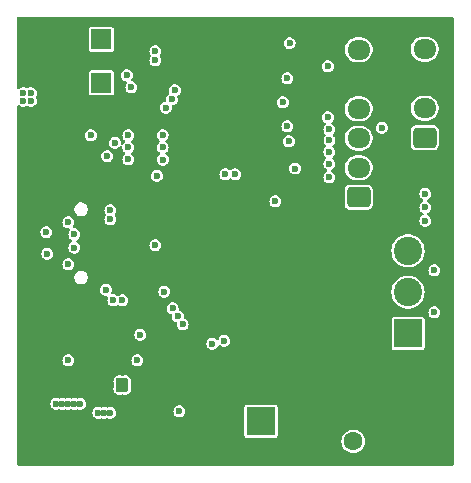
<source format=gbr>
%TF.GenerationSoftware,KiCad,Pcbnew,8.0.5*%
%TF.CreationDate,2024-09-12T14:04:11+03:00*%
%TF.ProjectId,Small_ESC,536d616c-6c5f-4455-9343-2e6b69636164,rev?*%
%TF.SameCoordinates,Original*%
%TF.FileFunction,Copper,L2,Inr*%
%TF.FilePolarity,Positive*%
%FSLAX46Y46*%
G04 Gerber Fmt 4.6, Leading zero omitted, Abs format (unit mm)*
G04 Created by KiCad (PCBNEW 8.0.5) date 2024-09-12 14:04:11*
%MOMM*%
%LPD*%
G01*
G04 APERTURE LIST*
G04 Aperture macros list*
%AMRoundRect*
0 Rectangle with rounded corners*
0 $1 Rounding radius*
0 $2 $3 $4 $5 $6 $7 $8 $9 X,Y pos of 4 corners*
0 Add a 4 corners polygon primitive as box body*
4,1,4,$2,$3,$4,$5,$6,$7,$8,$9,$2,$3,0*
0 Add four circle primitives for the rounded corners*
1,1,$1+$1,$2,$3*
1,1,$1+$1,$4,$5*
1,1,$1+$1,$6,$7*
1,1,$1+$1,$8,$9*
0 Add four rect primitives between the rounded corners*
20,1,$1+$1,$2,$3,$4,$5,0*
20,1,$1+$1,$4,$5,$6,$7,0*
20,1,$1+$1,$6,$7,$8,$9,0*
20,1,$1+$1,$8,$9,$2,$3,0*%
G04 Aperture macros list end*
%TA.AperFunction,ComponentPad*%
%ADD10O,1.800000X1.000000*%
%TD*%
%TA.AperFunction,ComponentPad*%
%ADD11O,2.100000X1.000000*%
%TD*%
%TA.AperFunction,ComponentPad*%
%ADD12RoundRect,0.250000X0.725000X-0.600000X0.725000X0.600000X-0.725000X0.600000X-0.725000X-0.600000X0*%
%TD*%
%TA.AperFunction,ComponentPad*%
%ADD13O,1.950000X1.700000*%
%TD*%
%TA.AperFunction,ComponentPad*%
%ADD14R,2.400000X2.400000*%
%TD*%
%TA.AperFunction,ComponentPad*%
%ADD15C,2.400000*%
%TD*%
%TA.AperFunction,ComponentPad*%
%ADD16R,1.700000X1.700000*%
%TD*%
%TA.AperFunction,ComponentPad*%
%ADD17O,1.700000X1.700000*%
%TD*%
%TA.AperFunction,ComponentPad*%
%ADD18C,1.600000*%
%TD*%
%TA.AperFunction,ViaPad*%
%ADD19C,0.600000*%
%TD*%
%TA.AperFunction,Conductor*%
%ADD20C,1.000000*%
%TD*%
G04 APERTURE END LIST*
D10*
%TO.N,GND*%
%TO.C,J1*%
X2735000Y15492000D03*
D11*
X6915000Y15492000D03*
D10*
X2735000Y24132000D03*
D11*
X6915000Y24132000D03*
%TD*%
D12*
%TO.N,/UART TX*%
%TO.C,J4*%
X35514000Y28762000D03*
D13*
%TO.N,/UART RX{slash}PWM_IN*%
X35514000Y31262000D03*
%TO.N,GND*%
X35514000Y33762000D03*
%TO.N,+3.3V*%
X35514000Y36262000D03*
%TD*%
D12*
%TO.N,/Hall_A{slash}SCK*%
%TO.C,J5*%
X29926000Y23722000D03*
D13*
%TO.N,/Hall_B{slash}MOSI*%
X29926000Y26222000D03*
%TO.N,/Hall_C{slash}MISO*%
X29926000Y28722000D03*
%TO.N,/CS*%
X29926000Y31222000D03*
%TO.N,GND*%
X29926000Y33722000D03*
%TO.N,+3.3V*%
X29926000Y36222000D03*
%TD*%
D14*
%TO.N,/OUT_A*%
%TO.C,J2*%
X34098000Y12192000D03*
D15*
%TO.N,/OUT_B*%
X34098000Y15692000D03*
%TO.N,/OUT_C*%
X34098000Y19192000D03*
%TD*%
D16*
%TO.N,/ESP_EN*%
%TO.C,SW2*%
X8133000Y37084000D03*
D17*
%TO.N,GND*%
X5593000Y37084000D03*
%TD*%
D16*
%TO.N,/ESP_IO0*%
%TO.C,SW1*%
X8133000Y33401000D03*
D17*
%TO.N,GND*%
X5593000Y33401000D03*
%TD*%
D18*
%TO.N,VBUS*%
%TO.C,C16*%
X29464000Y3048000D03*
%TO.N,GND*%
X29464000Y8048000D03*
%TD*%
D14*
%TO.N,VBUS*%
%TO.C,J3*%
X21646000Y4764000D03*
D15*
%TO.N,GND*%
X25146000Y4764000D03*
%TD*%
D19*
%TO.N,Net-(PS1-SW)*%
X4317791Y6223000D03*
X5842209Y6223000D03*
X9652000Y7493000D03*
X5334000Y6223000D03*
X11176000Y9906000D03*
X10160209Y7493000D03*
X9651791Y8128000D03*
X10160000Y8128000D03*
X6350000Y6223000D03*
X4826000Y6223000D03*
%TO.N,+3.3V*%
X1524000Y32512000D03*
X2159000Y31877000D03*
X12700000Y36068000D03*
X1524000Y31877000D03*
X14732000Y5588000D03*
X5334000Y9906000D03*
X2159000Y32512000D03*
X11430000Y12065000D03*
X12700000Y35306000D03*
%TO.N,GND*%
X13396144Y13018464D03*
X2896144Y37018464D03*
X28396144Y5518464D03*
X3911600Y1625600D03*
X23164800Y12192000D03*
X11684000Y20929600D03*
X18033791Y1524000D03*
X25396144Y11518464D03*
X2896144Y2518464D03*
X25396144Y19018464D03*
X20955000Y14859000D03*
X20955000Y16637000D03*
X21463000Y15748000D03*
X6350000Y1524000D03*
X10413791Y1524000D03*
X20320000Y15748000D03*
X1828800Y3962400D03*
X27381200Y22758400D03*
X20320000Y35560000D03*
X34396144Y10018464D03*
X17830800Y32308800D03*
X37396144Y26518464D03*
X20523200Y2235200D03*
X23571200Y30632400D03*
X27736800Y19608800D03*
X20320000Y34899600D03*
X29896144Y5518464D03*
X18643600Y32308800D03*
X10922000Y1524000D03*
X37396144Y37018464D03*
X18034000Y13970000D03*
X14896144Y34018464D03*
X11684000Y22352000D03*
X18542000Y1524000D03*
X29896144Y10018464D03*
X7873791Y1524000D03*
X13970000Y1524000D03*
X16916400Y32308800D03*
X5842000Y1524000D03*
X16784954Y27910154D03*
X33909000Y5842000D03*
X6858209Y1524000D03*
X17526000Y16637000D03*
X16002000Y1524000D03*
X26896144Y7018464D03*
X21463000Y13970000D03*
X31396144Y10018464D03*
X17018209Y1524000D03*
X2896144Y11518464D03*
X1676400Y6604000D03*
X35896144Y10018464D03*
X37396144Y5518464D03*
X17526000Y1524000D03*
X17526000Y14859000D03*
X11430000Y1524000D03*
X18034000Y15748000D03*
X32893000Y5842000D03*
X33401209Y5842000D03*
X5333791Y1524000D03*
X19177000Y15748000D03*
X7366000Y1524000D03*
X18643600Y30683200D03*
X37396144Y10018464D03*
X8890000Y1524000D03*
X4396144Y31018464D03*
X26924000Y10210800D03*
X24942800Y20523200D03*
X22396144Y34018464D03*
X34396144Y25018464D03*
X9906000Y1524000D03*
X16052800Y19151600D03*
X8382000Y1524000D03*
X35896144Y26518464D03*
X32715200Y1676400D03*
X31648400Y23622000D03*
X4622800Y29616400D03*
X37396144Y8518464D03*
X18542000Y7493000D03*
X2896144Y10018464D03*
X19812000Y16637000D03*
X25396144Y7018464D03*
X37396144Y7018464D03*
X34645600Y1676400D03*
X13396144Y11518464D03*
X37396144Y25018464D03*
X15493791Y1524000D03*
X28396144Y10018464D03*
X9398209Y1524000D03*
X21082000Y22098000D03*
X11938209Y1524000D03*
X35610800Y38049200D03*
X18135600Y8483600D03*
X20320000Y13970000D03*
X19507200Y29819600D03*
X12446000Y1524000D03*
X20320000Y32308800D03*
X21640800Y32562800D03*
X9525000Y12065000D03*
X19507200Y33172400D03*
X34416791Y5842000D03*
X17830800Y31496000D03*
X33731200Y29362400D03*
X32385000Y5842000D03*
X1524000Y34340800D03*
X19812000Y14859000D03*
X9525000Y12573000D03*
X16000000Y21000000D03*
X13462000Y1524000D03*
X34925000Y5842000D03*
X37396144Y11518464D03*
X16510000Y1524000D03*
X22098000Y16637000D03*
X23876000Y11430000D03*
X17830800Y33172400D03*
X19177000Y13970000D03*
X37396144Y4018464D03*
X17830800Y30683200D03*
X31876791Y5842000D03*
X20320000Y30683200D03*
X9525000Y11556791D03*
X14478209Y1524000D03*
X19507200Y31496000D03*
X26924000Y9448800D03*
X19507200Y30683200D03*
X2896144Y13018464D03*
X15646400Y37693600D03*
X37396144Y13018464D03*
X32896144Y10018464D03*
X32969200Y38303200D03*
X26896144Y5518464D03*
X30734000Y1676400D03*
X12953791Y1524000D03*
X18669000Y16637000D03*
X26896144Y4018464D03*
X22098000Y14859000D03*
X18669000Y14859000D03*
X1676400Y8432800D03*
X19507200Y32308800D03*
X14986000Y1524000D03*
%TO.N,VBUS*%
X8890209Y5461000D03*
X8382000Y5461000D03*
X7874209Y5461000D03*
%TO.N,/Vbus_ADC*%
X10287000Y34036000D03*
X8621000Y27193000D03*
X8509000Y15875000D03*
%TO.N,/ESP_EN*%
X24066500Y36766500D03*
%TO.N,/VREF*%
X13462000Y15722000D03*
%TO.N,/DRV_BUCK*%
X17526000Y11303000D03*
%TO.N,/SOA*%
X15020106Y12954000D03*
X13323831Y28979387D03*
%TO.N,/SOB*%
X14601928Y13635418D03*
X13323831Y27949780D03*
%TO.N,/SOC*%
X13347637Y26902318D03*
X14169952Y14308174D03*
%TO.N,Net-(D1-A)*%
X8890000Y22606000D03*
X9906000Y14986000D03*
X9144000Y14986000D03*
X8890000Y21844000D03*
%TO.N,/LED_DIN*%
X7239000Y28956000D03*
X12827000Y25527000D03*
%TO.N,Net-(IC1-SW_BK)*%
X18544270Y11554952D03*
%TO.N,/DRV_nFAULT*%
X22860000Y23368000D03*
%TO.N,/CS_A*%
X10414000Y28956000D03*
%TO.N,/CS_B*%
X10414000Y27940000D03*
%TO.N,/CS_C*%
X10414000Y26924000D03*
%TO.N,/TEMP_ADC*%
X9271000Y28321000D03*
X12700000Y19659600D03*
X10668000Y33020000D03*
%TO.N,/D-*%
X3556000Y18923000D03*
X18625000Y25654000D03*
X5849517Y19453017D03*
%TO.N,/D+*%
X19475000Y25654000D03*
X5842000Y20574000D03*
X3464500Y20762000D03*
%TO.N,/SENSE_A*%
X14351000Y32766000D03*
X36322000Y13970000D03*
X35560000Y24003000D03*
%TO.N,/SENSE_B*%
X35560000Y22860000D03*
X14097000Y32004000D03*
X36322000Y17526000D03*
%TO.N,/SENSE_C*%
X13589000Y31305000D03*
X35560000Y21717000D03*
%TO.N,Net-(IC2-IO35)*%
X27432000Y25400000D03*
%TO.N,Net-(IC2-IO36)*%
X27432000Y26543000D03*
%TO.N,Net-(IC2-IO37)*%
X27432000Y27559000D03*
%TO.N,Net-(IC2-IO38)*%
X27446767Y28560233D03*
%TO.N,Net-(IC2-IO39)*%
X27432000Y29464000D03*
%TO.N,Net-(J1-CC1)*%
X5334000Y21590000D03*
%TO.N,Net-(J1-CC2)*%
X5334000Y18034000D03*
%TO.N,/UART TX*%
X24533872Y26147500D03*
%TO.N,/UART RX{slash}PWM_IN*%
X31877000Y29591000D03*
%TO.N,/Hall_A{slash}SCK*%
X23495000Y31750000D03*
%TO.N,/Hall_B{slash}MOSI*%
X24003000Y28448000D03*
X23876000Y33782000D03*
%TO.N,/Hall_C{slash}MISO*%
X27305000Y34798000D03*
X23876000Y29718000D03*
%TO.N,Net-(IC2-IO40)*%
X27305000Y30480000D03*
%TD*%
D20*
%TO.N,Net-(PS1-SW)*%
X9906000Y7747000D02*
X9906000Y7874000D01*
%TD*%
%TA.AperFunction,Conductor*%
%TO.N,GND*%
G36*
X37942539Y38979815D02*
G01*
X37988294Y38927011D01*
X37999500Y38875500D01*
X37999500Y1124500D01*
X37979815Y1057461D01*
X37927011Y1011706D01*
X37875500Y1000500D01*
X1124500Y1000500D01*
X1057461Y1020185D01*
X1011706Y1072989D01*
X1000500Y1124500D01*
X1000500Y3048000D01*
X28458659Y3048000D01*
X28477975Y2851871D01*
X28535188Y2663267D01*
X28628086Y2489468D01*
X28628090Y2489461D01*
X28753116Y2337117D01*
X28905460Y2212091D01*
X28905467Y2212087D01*
X29079266Y2119189D01*
X29079269Y2119189D01*
X29079273Y2119186D01*
X29267868Y2061976D01*
X29464000Y2042659D01*
X29660132Y2061976D01*
X29848727Y2119186D01*
X30022538Y2212090D01*
X30174883Y2337117D01*
X30299910Y2489462D01*
X30392814Y2663273D01*
X30450024Y2851868D01*
X30469341Y3048000D01*
X30450024Y3244132D01*
X30392814Y3432727D01*
X30392811Y3432731D01*
X30392811Y3432734D01*
X30299913Y3606533D01*
X30299909Y3606540D01*
X30174883Y3758884D01*
X30022539Y3883910D01*
X30022532Y3883914D01*
X29848733Y3976812D01*
X29848727Y3976814D01*
X29660132Y4034024D01*
X29660129Y4034025D01*
X29464000Y4053341D01*
X29267870Y4034025D01*
X29079266Y3976812D01*
X28905467Y3883914D01*
X28905460Y3883910D01*
X28753116Y3758884D01*
X28628090Y3606540D01*
X28628086Y3606533D01*
X28535188Y3432734D01*
X28477975Y3244130D01*
X28458659Y3048000D01*
X1000500Y3048000D01*
X1000500Y5461000D01*
X7368562Y5461000D01*
X7389043Y5318544D01*
X7448831Y5187629D01*
X7448832Y5187627D01*
X7543081Y5078857D01*
X7664156Y5001047D01*
X7664159Y5001046D01*
X7664158Y5001046D01*
X7802245Y4960501D01*
X7802247Y4960500D01*
X7802248Y4960500D01*
X7946171Y4960500D01*
X7946171Y4960501D01*
X7999006Y4976015D01*
X8092772Y5003545D01*
X8093819Y4999977D01*
X8145435Y5007534D01*
X8163088Y5002360D01*
X8163437Y5003545D01*
X8310036Y4960501D01*
X8310038Y4960500D01*
X8310039Y4960500D01*
X8453961Y4960500D01*
X8592053Y5001047D01*
X8592053Y5001048D01*
X8600563Y5003546D01*
X8601584Y5000067D01*
X8653632Y5007601D01*
X8671315Y5002420D01*
X8671646Y5003545D01*
X8818245Y4960501D01*
X8818247Y4960500D01*
X8818248Y4960500D01*
X8962171Y4960500D01*
X8962171Y4960501D01*
X9096618Y4999977D01*
X9100259Y5001046D01*
X9100259Y5001047D01*
X9100262Y5001047D01*
X9221337Y5078857D01*
X9315586Y5187627D01*
X9375374Y5318543D01*
X9395856Y5461000D01*
X9377596Y5588000D01*
X14226353Y5588000D01*
X14246834Y5445544D01*
X14304834Y5318544D01*
X14306623Y5314627D01*
X14400872Y5205857D01*
X14521947Y5128047D01*
X14521950Y5128046D01*
X14521949Y5128046D01*
X14660036Y5087501D01*
X14660038Y5087500D01*
X14660039Y5087500D01*
X14803962Y5087500D01*
X14803962Y5087501D01*
X14942053Y5128047D01*
X15063128Y5205857D01*
X15157377Y5314627D01*
X15217165Y5445543D01*
X15237647Y5588000D01*
X15217165Y5730457D01*
X15157377Y5861373D01*
X15063128Y5970143D01*
X15041950Y5983753D01*
X20245500Y5983753D01*
X20245500Y3544248D01*
X20257131Y3485771D01*
X20257132Y3485770D01*
X20301447Y3419448D01*
X20367769Y3375133D01*
X20367770Y3375132D01*
X20426247Y3363501D01*
X20426250Y3363500D01*
X20426252Y3363500D01*
X22865750Y3363500D01*
X22865751Y3363501D01*
X22880568Y3366448D01*
X22924229Y3375132D01*
X22924229Y3375133D01*
X22924231Y3375133D01*
X22990552Y3419448D01*
X23034867Y3485769D01*
X23034867Y3485771D01*
X23034868Y3485771D01*
X23046499Y3544248D01*
X23046500Y3544250D01*
X23046500Y5983751D01*
X23046499Y5983753D01*
X23034868Y6042230D01*
X23034867Y6042231D01*
X22990552Y6108553D01*
X22924230Y6152868D01*
X22924229Y6152869D01*
X22865752Y6164500D01*
X22865748Y6164500D01*
X20426252Y6164500D01*
X20426247Y6164500D01*
X20367770Y6152869D01*
X20367769Y6152868D01*
X20301447Y6108553D01*
X20257132Y6042231D01*
X20257131Y6042230D01*
X20245500Y5983753D01*
X15041950Y5983753D01*
X14942053Y6047953D01*
X14942051Y6047954D01*
X14942049Y6047955D01*
X14942050Y6047955D01*
X14803963Y6088500D01*
X14803961Y6088500D01*
X14660039Y6088500D01*
X14660036Y6088500D01*
X14521949Y6047955D01*
X14400873Y5970144D01*
X14306623Y5861374D01*
X14306622Y5861372D01*
X14246834Y5730457D01*
X14226353Y5588000D01*
X9377596Y5588000D01*
X9375374Y5603457D01*
X9315586Y5734373D01*
X9221337Y5843143D01*
X9100262Y5920953D01*
X9100260Y5920954D01*
X9100258Y5920955D01*
X9100259Y5920955D01*
X8962172Y5961500D01*
X8962170Y5961500D01*
X8818248Y5961500D01*
X8818245Y5961500D01*
X8671646Y5918455D01*
X8670633Y5921903D01*
X8618346Y5914433D01*
X8600888Y5919565D01*
X8600563Y5918455D01*
X8453963Y5961500D01*
X8453961Y5961500D01*
X8310039Y5961500D01*
X8310038Y5961500D01*
X8163439Y5918455D01*
X8162406Y5921973D01*
X8110403Y5914520D01*
X8093107Y5919599D01*
X8092772Y5918455D01*
X7946172Y5961500D01*
X7946170Y5961500D01*
X7802248Y5961500D01*
X7802245Y5961500D01*
X7664158Y5920955D01*
X7543082Y5843144D01*
X7448832Y5734374D01*
X7448831Y5734372D01*
X7389043Y5603457D01*
X7368562Y5461000D01*
X1000500Y5461000D01*
X1000500Y6223000D01*
X3812144Y6223000D01*
X3832625Y6080544D01*
X3886992Y5961500D01*
X3892414Y5949627D01*
X3986663Y5840857D01*
X4107738Y5763047D01*
X4107741Y5763046D01*
X4107740Y5763046D01*
X4245827Y5722501D01*
X4245829Y5722500D01*
X4245830Y5722500D01*
X4389752Y5722500D01*
X4527844Y5763047D01*
X4527844Y5763048D01*
X4536354Y5765546D01*
X4537375Y5762067D01*
X4589423Y5769601D01*
X4607106Y5764420D01*
X4607437Y5765545D01*
X4754036Y5722501D01*
X4754038Y5722500D01*
X4754039Y5722500D01*
X4897962Y5722500D01*
X4897962Y5722501D01*
X4950797Y5738015D01*
X5044563Y5765545D01*
X5045591Y5762043D01*
X5097589Y5769544D01*
X5115101Y5764403D01*
X5115437Y5765545D01*
X5262036Y5722501D01*
X5262038Y5722500D01*
X5262039Y5722500D01*
X5405961Y5722500D01*
X5544053Y5763047D01*
X5544053Y5763048D01*
X5552563Y5765546D01*
X5553584Y5762067D01*
X5605632Y5769601D01*
X5623315Y5764420D01*
X5623646Y5765545D01*
X5770245Y5722501D01*
X5770247Y5722500D01*
X5770248Y5722500D01*
X5914171Y5722500D01*
X5914171Y5722501D01*
X5967006Y5738015D01*
X6060772Y5765545D01*
X6061819Y5761977D01*
X6113435Y5769534D01*
X6131088Y5764360D01*
X6131437Y5765545D01*
X6278036Y5722501D01*
X6278038Y5722500D01*
X6278039Y5722500D01*
X6421962Y5722500D01*
X6421962Y5722501D01*
X6556634Y5762043D01*
X6560050Y5763046D01*
X6560050Y5763047D01*
X6560053Y5763047D01*
X6681128Y5840857D01*
X6775377Y5949627D01*
X6835165Y6080543D01*
X6855647Y6223000D01*
X6835165Y6365457D01*
X6775377Y6496373D01*
X6681128Y6605143D01*
X6560053Y6682953D01*
X6560051Y6682954D01*
X6560049Y6682955D01*
X6560050Y6682955D01*
X6421963Y6723500D01*
X6421961Y6723500D01*
X6278039Y6723500D01*
X6278038Y6723500D01*
X6131439Y6680455D01*
X6130406Y6683973D01*
X6078403Y6676520D01*
X6061107Y6681599D01*
X6060772Y6680455D01*
X5914172Y6723500D01*
X5914170Y6723500D01*
X5770248Y6723500D01*
X5770245Y6723500D01*
X5623646Y6680455D01*
X5622633Y6683903D01*
X5570346Y6676433D01*
X5552888Y6681565D01*
X5552563Y6680455D01*
X5405963Y6723500D01*
X5405961Y6723500D01*
X5262039Y6723500D01*
X5262038Y6723500D01*
X5115439Y6680455D01*
X5114414Y6683945D01*
X5062319Y6676469D01*
X5044892Y6681586D01*
X5044561Y6680455D01*
X4897962Y6723500D01*
X4897961Y6723500D01*
X4754039Y6723500D01*
X4754036Y6723500D01*
X4607437Y6680455D01*
X4606424Y6683903D01*
X4554137Y6676433D01*
X4536679Y6681565D01*
X4536354Y6680455D01*
X4389754Y6723500D01*
X4389752Y6723500D01*
X4245830Y6723500D01*
X4245827Y6723500D01*
X4107740Y6682955D01*
X3986664Y6605144D01*
X3892414Y6496374D01*
X3892413Y6496372D01*
X3832625Y6365457D01*
X3812144Y6223000D01*
X1000500Y6223000D01*
X1000500Y8128000D01*
X9146144Y8128000D01*
X9166625Y7985544D01*
X9194294Y7924960D01*
X9205500Y7873448D01*
X9205500Y7747096D01*
X9194295Y7695585D01*
X9166834Y7635455D01*
X9166834Y7635453D01*
X9146353Y7493000D01*
X9166834Y7350544D01*
X9226622Y7219629D01*
X9226623Y7219627D01*
X9320872Y7110857D01*
X9441947Y7033047D01*
X9441950Y7033046D01*
X9441949Y7033046D01*
X9580036Y6992501D01*
X9580038Y6992500D01*
X9580039Y6992500D01*
X9723962Y6992500D01*
X9723962Y6992501D01*
X9776797Y7008015D01*
X9870563Y7035545D01*
X9871584Y7032065D01*
X9923619Y7039603D01*
X9941313Y7034414D01*
X9941646Y7035545D01*
X10088245Y6992501D01*
X10088247Y6992500D01*
X10088248Y6992500D01*
X10232171Y6992500D01*
X10232171Y6992501D01*
X10370262Y7033047D01*
X10491337Y7110857D01*
X10585586Y7219627D01*
X10645374Y7350543D01*
X10665856Y7493000D01*
X10645374Y7635457D01*
X10645373Y7635461D01*
X10617706Y7696042D01*
X10606500Y7747554D01*
X10606500Y7873906D01*
X10617706Y7925418D01*
X10645165Y7985544D01*
X10665647Y8128000D01*
X10645165Y8270457D01*
X10585377Y8401373D01*
X10491128Y8510143D01*
X10370053Y8587953D01*
X10370051Y8587954D01*
X10370049Y8587955D01*
X10370050Y8587955D01*
X10231963Y8628500D01*
X10231961Y8628500D01*
X10088039Y8628500D01*
X10088036Y8628500D01*
X9941437Y8585455D01*
X9940424Y8588903D01*
X9888137Y8581433D01*
X9870679Y8586565D01*
X9870354Y8585455D01*
X9723754Y8628500D01*
X9723752Y8628500D01*
X9579830Y8628500D01*
X9579827Y8628500D01*
X9441740Y8587955D01*
X9320664Y8510144D01*
X9226414Y8401374D01*
X9226413Y8401372D01*
X9166625Y8270457D01*
X9146144Y8128000D01*
X1000500Y8128000D01*
X1000500Y9906000D01*
X4828353Y9906000D01*
X4848834Y9763544D01*
X4908622Y9632629D01*
X4908623Y9632627D01*
X5002872Y9523857D01*
X5123947Y9446047D01*
X5123950Y9446046D01*
X5123949Y9446046D01*
X5262036Y9405501D01*
X5262038Y9405500D01*
X5262039Y9405500D01*
X5405962Y9405500D01*
X5405962Y9405501D01*
X5544053Y9446047D01*
X5665128Y9523857D01*
X5759377Y9632627D01*
X5819165Y9763543D01*
X5839647Y9906000D01*
X10670353Y9906000D01*
X10690834Y9763544D01*
X10750622Y9632629D01*
X10750623Y9632627D01*
X10844872Y9523857D01*
X10965947Y9446047D01*
X10965950Y9446046D01*
X10965949Y9446046D01*
X11104036Y9405501D01*
X11104038Y9405500D01*
X11104039Y9405500D01*
X11247962Y9405500D01*
X11247962Y9405501D01*
X11386053Y9446047D01*
X11507128Y9523857D01*
X11601377Y9632627D01*
X11661165Y9763543D01*
X11681647Y9906000D01*
X11661165Y10048457D01*
X11601377Y10179373D01*
X11507128Y10288143D01*
X11386053Y10365953D01*
X11386051Y10365954D01*
X11386049Y10365955D01*
X11386050Y10365955D01*
X11247963Y10406500D01*
X11247961Y10406500D01*
X11104039Y10406500D01*
X11104036Y10406500D01*
X10965949Y10365955D01*
X10844873Y10288144D01*
X10750623Y10179374D01*
X10750622Y10179372D01*
X10690834Y10048457D01*
X10670353Y9906000D01*
X5839647Y9906000D01*
X5819165Y10048457D01*
X5759377Y10179373D01*
X5665128Y10288143D01*
X5544053Y10365953D01*
X5544051Y10365954D01*
X5544049Y10365955D01*
X5544050Y10365955D01*
X5405963Y10406500D01*
X5405961Y10406500D01*
X5262039Y10406500D01*
X5262036Y10406500D01*
X5123949Y10365955D01*
X5002873Y10288144D01*
X4908623Y10179374D01*
X4908622Y10179372D01*
X4848834Y10048457D01*
X4828353Y9906000D01*
X1000500Y9906000D01*
X1000500Y11303000D01*
X17020353Y11303000D01*
X17040834Y11160544D01*
X17089285Y11054453D01*
X17100623Y11029627D01*
X17194872Y10920857D01*
X17315947Y10843047D01*
X17315950Y10843046D01*
X17315949Y10843046D01*
X17423107Y10811583D01*
X17451883Y10803133D01*
X17454036Y10802501D01*
X17454038Y10802500D01*
X17454039Y10802500D01*
X17597962Y10802500D01*
X17597962Y10802501D01*
X17736053Y10843047D01*
X17857128Y10920857D01*
X17951377Y11029627D01*
X18004392Y11145713D01*
X18050144Y11198513D01*
X18117184Y11218198D01*
X18184223Y11198514D01*
X18210897Y11175400D01*
X18213142Y11172809D01*
X18334217Y11094999D01*
X18334220Y11094998D01*
X18334219Y11094998D01*
X18472306Y11054453D01*
X18472308Y11054452D01*
X18472309Y11054452D01*
X18616232Y11054452D01*
X18616232Y11054453D01*
X18754323Y11094999D01*
X18875398Y11172809D01*
X18969647Y11281579D01*
X19029435Y11412495D01*
X19049917Y11554952D01*
X19029435Y11697409D01*
X18969647Y11828325D01*
X18875398Y11937095D01*
X18754323Y12014905D01*
X18754321Y12014906D01*
X18754319Y12014907D01*
X18754320Y12014907D01*
X18616233Y12055452D01*
X18616231Y12055452D01*
X18472309Y12055452D01*
X18472306Y12055452D01*
X18334219Y12014907D01*
X18213143Y11937096D01*
X18118893Y11828326D01*
X18118892Y11828324D01*
X18065879Y11712243D01*
X18020124Y11659439D01*
X17953084Y11639755D01*
X17886045Y11659440D01*
X17859370Y11682555D01*
X17859108Y11682857D01*
X17857128Y11685143D01*
X17857127Y11685144D01*
X17810502Y11715108D01*
X17736053Y11762953D01*
X17736051Y11762954D01*
X17736049Y11762955D01*
X17736050Y11762955D01*
X17597963Y11803500D01*
X17597961Y11803500D01*
X17454039Y11803500D01*
X17454036Y11803500D01*
X17315949Y11762955D01*
X17194873Y11685144D01*
X17100623Y11576374D01*
X17100622Y11576372D01*
X17040834Y11445457D01*
X17020353Y11303000D01*
X1000500Y11303000D01*
X1000500Y12065000D01*
X10924353Y12065000D01*
X10944834Y11922544D01*
X10987863Y11828326D01*
X11004623Y11791627D01*
X11098872Y11682857D01*
X11219947Y11605047D01*
X11219950Y11605046D01*
X11219949Y11605046D01*
X11358036Y11564501D01*
X11358038Y11564500D01*
X11358039Y11564500D01*
X11501962Y11564500D01*
X11501962Y11564501D01*
X11640053Y11605047D01*
X11761128Y11682857D01*
X11855377Y11791627D01*
X11915165Y11922543D01*
X11935647Y12065000D01*
X11915165Y12207457D01*
X11855377Y12338373D01*
X11761128Y12447143D01*
X11640053Y12524953D01*
X11640051Y12524954D01*
X11640049Y12524955D01*
X11640050Y12524955D01*
X11501963Y12565500D01*
X11501961Y12565500D01*
X11358039Y12565500D01*
X11358036Y12565500D01*
X11219949Y12524955D01*
X11098873Y12447144D01*
X11004623Y12338374D01*
X11004622Y12338372D01*
X10944834Y12207457D01*
X10924353Y12065000D01*
X1000500Y12065000D01*
X1000500Y14308174D01*
X13664305Y14308174D01*
X13684786Y14165718D01*
X13709110Y14112457D01*
X13744575Y14034801D01*
X13838824Y13926031D01*
X13959899Y13848221D01*
X13959902Y13848220D01*
X13959901Y13848220D01*
X14017018Y13831449D01*
X14075796Y13793675D01*
X14104822Y13730120D01*
X14104822Y13694826D01*
X14096281Y13635419D01*
X14116762Y13492962D01*
X14146800Y13427189D01*
X14176551Y13362045D01*
X14270800Y13253275D01*
X14391875Y13175465D01*
X14436951Y13162230D01*
X14495728Y13124457D01*
X14524754Y13060902D01*
X14524754Y13025607D01*
X14514459Y12954001D01*
X14534940Y12811544D01*
X14594728Y12680629D01*
X14594729Y12680627D01*
X14688978Y12571857D01*
X14810053Y12494047D01*
X14810056Y12494046D01*
X14810055Y12494046D01*
X14948142Y12453501D01*
X14948144Y12453500D01*
X14948145Y12453500D01*
X15092068Y12453500D01*
X15092068Y12453501D01*
X15230159Y12494047D01*
X15351234Y12571857D01*
X15445483Y12680627D01*
X15505271Y12811543D01*
X15525753Y12954000D01*
X15505271Y13096457D01*
X15445483Y13227373D01*
X15351234Y13336143D01*
X15233582Y13411753D01*
X32697500Y13411753D01*
X32697500Y10972248D01*
X32709131Y10913771D01*
X32709132Y10913770D01*
X32753447Y10847448D01*
X32819769Y10803133D01*
X32819770Y10803132D01*
X32878247Y10791501D01*
X32878250Y10791500D01*
X32878252Y10791500D01*
X35317750Y10791500D01*
X35317751Y10791501D01*
X35332568Y10794448D01*
X35376229Y10803132D01*
X35376229Y10803133D01*
X35376231Y10803133D01*
X35442552Y10847448D01*
X35486867Y10913769D01*
X35486867Y10913771D01*
X35486868Y10913771D01*
X35498499Y10972248D01*
X35498500Y10972250D01*
X35498500Y13411751D01*
X35498499Y13411753D01*
X35486868Y13470230D01*
X35486867Y13470231D01*
X35442552Y13536553D01*
X35376230Y13580868D01*
X35376229Y13580869D01*
X35317752Y13592500D01*
X35317748Y13592500D01*
X32878252Y13592500D01*
X32878247Y13592500D01*
X32819770Y13580869D01*
X32819769Y13580868D01*
X32753447Y13536553D01*
X32709132Y13470231D01*
X32709131Y13470230D01*
X32697500Y13411753D01*
X15233582Y13411753D01*
X15230159Y13413953D01*
X15230157Y13413954D01*
X15230155Y13413955D01*
X15230156Y13413955D01*
X15185083Y13427189D01*
X15126304Y13464963D01*
X15097279Y13528518D01*
X15097279Y13563807D01*
X15107575Y13635418D01*
X15087093Y13777875D01*
X15027305Y13908791D01*
X14974268Y13970000D01*
X35816353Y13970000D01*
X35836834Y13827544D01*
X35881327Y13730120D01*
X35896623Y13696627D01*
X35990872Y13587857D01*
X36111947Y13510047D01*
X36111950Y13510046D01*
X36111949Y13510046D01*
X36170137Y13492961D01*
X36247549Y13470231D01*
X36250036Y13469501D01*
X36250038Y13469500D01*
X36250039Y13469500D01*
X36393962Y13469500D01*
X36393962Y13469501D01*
X36532053Y13510047D01*
X36653128Y13587857D01*
X36747377Y13696627D01*
X36807165Y13827543D01*
X36827647Y13970000D01*
X36807165Y14112457D01*
X36747377Y14243373D01*
X36653128Y14352143D01*
X36532053Y14429953D01*
X36532051Y14429954D01*
X36532049Y14429955D01*
X36532050Y14429955D01*
X36393963Y14470500D01*
X36393961Y14470500D01*
X36250039Y14470500D01*
X36250036Y14470500D01*
X36111949Y14429955D01*
X35990873Y14352144D01*
X35896623Y14243374D01*
X35896622Y14243372D01*
X35836834Y14112457D01*
X35816353Y13970000D01*
X14974268Y13970000D01*
X14933056Y14017561D01*
X14811981Y14095371D01*
X14811978Y14095373D01*
X14754860Y14112144D01*
X14696082Y14149919D01*
X14667057Y14213474D01*
X14667057Y14248763D01*
X14675599Y14308174D01*
X14655117Y14450631D01*
X14595329Y14581547D01*
X14501080Y14690317D01*
X14380005Y14768127D01*
X14380003Y14768128D01*
X14380001Y14768129D01*
X14380002Y14768129D01*
X14241915Y14808674D01*
X14241913Y14808674D01*
X14097991Y14808674D01*
X14097988Y14808674D01*
X13959901Y14768129D01*
X13838825Y14690318D01*
X13744575Y14581548D01*
X13744574Y14581546D01*
X13684786Y14450631D01*
X13664305Y14308174D01*
X1000500Y14308174D01*
X1000500Y15875000D01*
X8003353Y15875000D01*
X8023834Y15732544D01*
X8083622Y15601629D01*
X8083623Y15601627D01*
X8177872Y15492857D01*
X8298947Y15415047D01*
X8298950Y15415046D01*
X8298949Y15415046D01*
X8437036Y15374501D01*
X8437038Y15374500D01*
X8578252Y15374500D01*
X8645291Y15354815D01*
X8691046Y15302011D01*
X8700990Y15232853D01*
X8691046Y15198988D01*
X8658834Y15128457D01*
X8638353Y14986000D01*
X8658834Y14843544D01*
X8718622Y14712629D01*
X8718623Y14712627D01*
X8812872Y14603857D01*
X8933947Y14526047D01*
X8933950Y14526046D01*
X8933949Y14526046D01*
X9072036Y14485501D01*
X9072038Y14485500D01*
X9072039Y14485500D01*
X9215962Y14485500D01*
X9215962Y14485501D01*
X9354053Y14526047D01*
X9457960Y14592825D01*
X9525000Y14612509D01*
X9592039Y14592824D01*
X9592040Y14592824D01*
X9695947Y14526047D01*
X9695948Y14526047D01*
X9695949Y14526046D01*
X9834036Y14485501D01*
X9834038Y14485500D01*
X9834039Y14485500D01*
X9977962Y14485500D01*
X9977962Y14485501D01*
X10116053Y14526047D01*
X10237128Y14603857D01*
X10331377Y14712627D01*
X10391165Y14843543D01*
X10411647Y14986000D01*
X10391165Y15128457D01*
X10331377Y15259373D01*
X10237128Y15368143D01*
X10116053Y15445953D01*
X10116051Y15445954D01*
X10116049Y15445955D01*
X10116050Y15445955D01*
X9977963Y15486500D01*
X9977961Y15486500D01*
X9834039Y15486500D01*
X9834036Y15486500D01*
X9695949Y15445955D01*
X9592039Y15379176D01*
X9524999Y15359492D01*
X9457961Y15379176D01*
X9354050Y15445955D01*
X9215963Y15486500D01*
X9215961Y15486500D01*
X9074748Y15486500D01*
X9007709Y15506185D01*
X8961954Y15558989D01*
X8952010Y15628147D01*
X8961954Y15662012D01*
X8989350Y15722000D01*
X12956353Y15722000D01*
X12976834Y15579544D01*
X13019327Y15486500D01*
X13036623Y15448627D01*
X13130872Y15339857D01*
X13251947Y15262047D01*
X13251950Y15262046D01*
X13251949Y15262046D01*
X13390036Y15221501D01*
X13390038Y15221500D01*
X13390039Y15221500D01*
X13533962Y15221500D01*
X13533962Y15221501D01*
X13662946Y15259373D01*
X13672050Y15262046D01*
X13672050Y15262047D01*
X13672053Y15262047D01*
X13793128Y15339857D01*
X13887377Y15448627D01*
X13947165Y15579543D01*
X13963335Y15692007D01*
X32692700Y15692007D01*
X32692700Y15691994D01*
X32711864Y15460703D01*
X32711866Y15460692D01*
X32768842Y15235700D01*
X32862075Y15023152D01*
X32989016Y14828853D01*
X32989019Y14828849D01*
X32989021Y14828847D01*
X33146216Y14658087D01*
X33146219Y14658085D01*
X33146222Y14658082D01*
X33329365Y14515536D01*
X33329371Y14515532D01*
X33329374Y14515530D01*
X33533497Y14405064D01*
X33647487Y14365932D01*
X33753015Y14329703D01*
X33753017Y14329703D01*
X33753019Y14329702D01*
X33981951Y14291500D01*
X33981952Y14291500D01*
X34214048Y14291500D01*
X34214049Y14291500D01*
X34442981Y14329702D01*
X34662503Y14405064D01*
X34866626Y14515530D01*
X34880139Y14526047D01*
X34991225Y14612509D01*
X35049784Y14658087D01*
X35206979Y14828847D01*
X35333924Y15023151D01*
X35427157Y15235700D01*
X35484134Y15460695D01*
X35484135Y15460703D01*
X35503300Y15691994D01*
X35503300Y15692007D01*
X35484135Y15923298D01*
X35484133Y15923309D01*
X35427157Y16148301D01*
X35333924Y16360849D01*
X35206983Y16555148D01*
X35206980Y16555151D01*
X35206979Y16555153D01*
X35049784Y16725913D01*
X35049779Y16725917D01*
X35049777Y16725919D01*
X34866634Y16868465D01*
X34866628Y16868469D01*
X34662504Y16978936D01*
X34662495Y16978939D01*
X34442984Y17054298D01*
X34271282Y17082950D01*
X34214049Y17092500D01*
X33981951Y17092500D01*
X33936164Y17084860D01*
X33753015Y17054298D01*
X33533504Y16978939D01*
X33533495Y16978936D01*
X33329371Y16868469D01*
X33329365Y16868465D01*
X33146222Y16725919D01*
X33146219Y16725916D01*
X32989016Y16555148D01*
X32862075Y16360849D01*
X32768842Y16148301D01*
X32711866Y15923309D01*
X32711864Y15923298D01*
X32692700Y15692007D01*
X13963335Y15692007D01*
X13967647Y15722000D01*
X13947165Y15864457D01*
X13887377Y15995373D01*
X13793128Y16104143D01*
X13672053Y16181953D01*
X13672051Y16181954D01*
X13672049Y16181955D01*
X13672050Y16181955D01*
X13533963Y16222500D01*
X13533961Y16222500D01*
X13390039Y16222500D01*
X13390036Y16222500D01*
X13251949Y16181955D01*
X13130873Y16104144D01*
X13036623Y15995374D01*
X13036622Y15995372D01*
X12976834Y15864457D01*
X12956353Y15722000D01*
X8989350Y15722000D01*
X8994165Y15732543D01*
X9014647Y15875000D01*
X8994165Y16017457D01*
X8934377Y16148373D01*
X8840128Y16257143D01*
X8719053Y16334953D01*
X8719051Y16334954D01*
X8719049Y16334955D01*
X8719050Y16334955D01*
X8580963Y16375500D01*
X8580961Y16375500D01*
X8437039Y16375500D01*
X8437036Y16375500D01*
X8298949Y16334955D01*
X8177873Y16257144D01*
X8083623Y16148374D01*
X8083622Y16148372D01*
X8023834Y16017457D01*
X8003353Y15875000D01*
X1000500Y15875000D01*
X1000500Y16997766D01*
X5839500Y16997766D01*
X5839500Y16846235D01*
X5878719Y16699864D01*
X5916602Y16634250D01*
X5954485Y16568635D01*
X6061635Y16461485D01*
X6192865Y16385719D01*
X6339234Y16346500D01*
X6339236Y16346500D01*
X6490764Y16346500D01*
X6490766Y16346500D01*
X6637135Y16385719D01*
X6768365Y16461485D01*
X6875515Y16568635D01*
X6951281Y16699865D01*
X6990500Y16846234D01*
X6990500Y16997766D01*
X6951281Y17144135D01*
X6875515Y17275365D01*
X6768365Y17382515D01*
X6702750Y17420398D01*
X6637136Y17458281D01*
X6563950Y17477891D01*
X6490766Y17497500D01*
X6339234Y17497500D01*
X6192863Y17458281D01*
X6061635Y17382515D01*
X6061632Y17382513D01*
X5954487Y17275368D01*
X5954485Y17275365D01*
X5878719Y17144137D01*
X5839500Y16997766D01*
X1000500Y16997766D01*
X1000500Y17526000D01*
X35816353Y17526000D01*
X35836834Y17383544D01*
X35837304Y17382515D01*
X35896623Y17252627D01*
X35990872Y17143857D01*
X36111947Y17066047D01*
X36111950Y17066046D01*
X36111949Y17066046D01*
X36250036Y17025501D01*
X36250038Y17025500D01*
X36250039Y17025500D01*
X36393962Y17025500D01*
X36393962Y17025501D01*
X36532053Y17066047D01*
X36653128Y17143857D01*
X36747377Y17252627D01*
X36807165Y17383543D01*
X36827647Y17526000D01*
X36807165Y17668457D01*
X36747377Y17799373D01*
X36653128Y17908143D01*
X36532053Y17985953D01*
X36532051Y17985954D01*
X36532049Y17985955D01*
X36532050Y17985955D01*
X36393963Y18026500D01*
X36393961Y18026500D01*
X36250039Y18026500D01*
X36250036Y18026500D01*
X36111949Y17985955D01*
X35990873Y17908144D01*
X35896623Y17799374D01*
X35896622Y17799372D01*
X35836834Y17668457D01*
X35816353Y17526000D01*
X1000500Y17526000D01*
X1000500Y18034000D01*
X4828353Y18034000D01*
X4848834Y17891544D01*
X4908622Y17760629D01*
X4908623Y17760627D01*
X5002872Y17651857D01*
X5123947Y17574047D01*
X5123950Y17574046D01*
X5123949Y17574046D01*
X5262036Y17533501D01*
X5262038Y17533500D01*
X5262039Y17533500D01*
X5405962Y17533500D01*
X5405962Y17533501D01*
X5544053Y17574047D01*
X5665128Y17651857D01*
X5759377Y17760627D01*
X5819165Y17891543D01*
X5839647Y18034000D01*
X5819165Y18176457D01*
X5759377Y18307373D01*
X5665128Y18416143D01*
X5544053Y18493953D01*
X5544051Y18493954D01*
X5544049Y18493955D01*
X5544050Y18493955D01*
X5405963Y18534500D01*
X5405961Y18534500D01*
X5262039Y18534500D01*
X5262036Y18534500D01*
X5123949Y18493955D01*
X5002873Y18416144D01*
X4908623Y18307374D01*
X4908622Y18307372D01*
X4848834Y18176457D01*
X4828353Y18034000D01*
X1000500Y18034000D01*
X1000500Y18923000D01*
X3050353Y18923000D01*
X3070834Y18780544D01*
X3091314Y18735700D01*
X3130623Y18649627D01*
X3224872Y18540857D01*
X3345947Y18463047D01*
X3345950Y18463046D01*
X3345949Y18463046D01*
X3484036Y18422501D01*
X3484038Y18422500D01*
X3484039Y18422500D01*
X3627962Y18422500D01*
X3627962Y18422501D01*
X3766053Y18463047D01*
X3887128Y18540857D01*
X3981377Y18649627D01*
X4041165Y18780543D01*
X4061647Y18923000D01*
X4041165Y19065457D01*
X3981377Y19196373D01*
X3887128Y19305143D01*
X3766053Y19382953D01*
X3766051Y19382954D01*
X3766049Y19382955D01*
X3766050Y19382955D01*
X3627963Y19423500D01*
X3627961Y19423500D01*
X3484039Y19423500D01*
X3484036Y19423500D01*
X3345949Y19382955D01*
X3224873Y19305144D01*
X3130623Y19196374D01*
X3130622Y19196372D01*
X3070834Y19065457D01*
X3050353Y18923000D01*
X1000500Y18923000D01*
X1000500Y20762000D01*
X2958853Y20762000D01*
X2979334Y20619544D01*
X3039122Y20488629D01*
X3039123Y20488627D01*
X3133372Y20379857D01*
X3254447Y20302047D01*
X3254450Y20302046D01*
X3254449Y20302046D01*
X3392536Y20261501D01*
X3392538Y20261500D01*
X3392539Y20261500D01*
X3536462Y20261500D01*
X3536462Y20261501D01*
X3674553Y20302047D01*
X3795628Y20379857D01*
X3889877Y20488627D01*
X3949665Y20619543D01*
X3970147Y20762000D01*
X3949665Y20904457D01*
X3889877Y21035373D01*
X3795628Y21144143D01*
X3674553Y21221953D01*
X3674551Y21221954D01*
X3674549Y21221955D01*
X3674550Y21221955D01*
X3536463Y21262500D01*
X3536461Y21262500D01*
X3392539Y21262500D01*
X3392536Y21262500D01*
X3254449Y21221955D01*
X3133373Y21144144D01*
X3039123Y21035374D01*
X3039122Y21035372D01*
X2979334Y20904457D01*
X2958853Y20762000D01*
X1000500Y20762000D01*
X1000500Y21590000D01*
X4828353Y21590000D01*
X4848834Y21447544D01*
X4908622Y21316629D01*
X4908623Y21316627D01*
X5002872Y21207857D01*
X5123947Y21130047D01*
X5123950Y21130046D01*
X5123949Y21130046D01*
X5262036Y21089501D01*
X5262038Y21089500D01*
X5354905Y21089500D01*
X5421944Y21069815D01*
X5467699Y21017011D01*
X5477643Y20947853D01*
X5448618Y20884297D01*
X5416623Y20847373D01*
X5416622Y20847372D01*
X5356834Y20716457D01*
X5336353Y20574000D01*
X5356834Y20431544D01*
X5415975Y20302046D01*
X5416623Y20300627D01*
X5510872Y20191857D01*
X5629828Y20115409D01*
X5675582Y20062606D01*
X5685526Y19993447D01*
X5656501Y19929892D01*
X5629828Y19906779D01*
X5518391Y19835162D01*
X5424140Y19726391D01*
X5424139Y19726389D01*
X5364351Y19595474D01*
X5343870Y19453017D01*
X5364351Y19310561D01*
X5416500Y19196373D01*
X5424140Y19179644D01*
X5518389Y19070874D01*
X5639464Y18993064D01*
X5639467Y18993063D01*
X5639466Y18993063D01*
X5777553Y18952518D01*
X5777555Y18952517D01*
X5777556Y18952517D01*
X5921479Y18952517D01*
X5921479Y18952518D01*
X6059570Y18993064D01*
X6180645Y19070874D01*
X6274894Y19179644D01*
X6334682Y19310560D01*
X6355164Y19453017D01*
X6334682Y19595474D01*
X6305396Y19659600D01*
X12194353Y19659600D01*
X12214834Y19517144D01*
X12257601Y19423500D01*
X12274623Y19386227D01*
X12368872Y19277457D01*
X12489947Y19199647D01*
X12489950Y19199646D01*
X12489949Y19199646D01*
X12628036Y19159101D01*
X12628038Y19159100D01*
X12628039Y19159100D01*
X12771962Y19159100D01*
X12771962Y19159101D01*
X12884033Y19192007D01*
X32692700Y19192007D01*
X32692700Y19191994D01*
X32711864Y18960703D01*
X32711866Y18960692D01*
X32768842Y18735700D01*
X32862075Y18523152D01*
X32989016Y18328853D01*
X32989019Y18328849D01*
X32989021Y18328847D01*
X33146216Y18158087D01*
X33146219Y18158085D01*
X33146222Y18158082D01*
X33329365Y18015536D01*
X33329371Y18015532D01*
X33329374Y18015530D01*
X33496860Y17924891D01*
X33527807Y17908143D01*
X33533497Y17905064D01*
X33647487Y17865932D01*
X33753015Y17829703D01*
X33753017Y17829703D01*
X33753019Y17829702D01*
X33981951Y17791500D01*
X33981952Y17791500D01*
X34214048Y17791500D01*
X34214049Y17791500D01*
X34442981Y17829702D01*
X34662503Y17905064D01*
X34866626Y18015530D01*
X34880721Y18026500D01*
X34928129Y18063400D01*
X35049784Y18158087D01*
X35206979Y18328847D01*
X35333924Y18523151D01*
X35427157Y18735700D01*
X35484134Y18960695D01*
X35492815Y19065457D01*
X35503300Y19191994D01*
X35503300Y19192007D01*
X35484135Y19423298D01*
X35484133Y19423309D01*
X35427157Y19648301D01*
X35333924Y19860849D01*
X35206983Y20055148D01*
X35206980Y20055151D01*
X35206979Y20055153D01*
X35049784Y20225913D01*
X35049779Y20225917D01*
X35049777Y20225919D01*
X34866634Y20368465D01*
X34866628Y20368469D01*
X34662504Y20478936D01*
X34662495Y20478939D01*
X34442984Y20554298D01*
X34271282Y20582950D01*
X34214049Y20592500D01*
X33981951Y20592500D01*
X33936164Y20584860D01*
X33753015Y20554298D01*
X33533504Y20478939D01*
X33533495Y20478936D01*
X33329371Y20368469D01*
X33329365Y20368465D01*
X33146222Y20225919D01*
X33146219Y20225916D01*
X32989016Y20055148D01*
X32862075Y19860849D01*
X32768842Y19648301D01*
X32711866Y19423309D01*
X32711864Y19423298D01*
X32692700Y19192007D01*
X12884033Y19192007D01*
X12910050Y19199646D01*
X12910050Y19199647D01*
X12910053Y19199647D01*
X13031128Y19277457D01*
X13125377Y19386227D01*
X13185165Y19517143D01*
X13205647Y19659600D01*
X13185165Y19802057D01*
X13125377Y19932973D01*
X13031128Y20041743D01*
X12910053Y20119553D01*
X12910051Y20119554D01*
X12910049Y20119555D01*
X12910050Y20119555D01*
X12771963Y20160100D01*
X12771961Y20160100D01*
X12628039Y20160100D01*
X12628036Y20160100D01*
X12489949Y20119555D01*
X12368873Y20041744D01*
X12274623Y19932974D01*
X12274622Y19932972D01*
X12214834Y19802057D01*
X12194353Y19659600D01*
X6305396Y19659600D01*
X6274894Y19726390D01*
X6180645Y19835160D01*
X6061688Y19911609D01*
X6015934Y19964412D01*
X6005990Y20033571D01*
X6035015Y20097127D01*
X6061687Y20120239D01*
X6173128Y20191857D01*
X6267377Y20300627D01*
X6327165Y20431543D01*
X6347647Y20574000D01*
X6327165Y20716457D01*
X6267377Y20847373D01*
X6173128Y20956143D01*
X6052053Y21033953D01*
X6052051Y21033954D01*
X6052049Y21033955D01*
X6052050Y21033955D01*
X5913963Y21074500D01*
X5913961Y21074500D01*
X5821095Y21074500D01*
X5754056Y21094185D01*
X5708301Y21146989D01*
X5698357Y21216147D01*
X5727382Y21279703D01*
X5759377Y21316627D01*
X5819165Y21447543D01*
X5839647Y21590000D01*
X5819165Y21732457D01*
X5759377Y21863373D01*
X5665128Y21972143D01*
X5544053Y22049953D01*
X5544051Y22049954D01*
X5544049Y22049955D01*
X5544050Y22049955D01*
X5405963Y22090500D01*
X5405961Y22090500D01*
X5262039Y22090500D01*
X5262036Y22090500D01*
X5123949Y22049955D01*
X5002873Y21972144D01*
X4908623Y21863374D01*
X4908622Y21863372D01*
X4848834Y21732457D01*
X4828353Y21590000D01*
X1000500Y21590000D01*
X1000500Y22777766D01*
X5839500Y22777766D01*
X5839500Y22626235D01*
X5878719Y22479864D01*
X5916602Y22414250D01*
X5954485Y22348635D01*
X6061635Y22241485D01*
X6192865Y22165719D01*
X6339234Y22126500D01*
X6339236Y22126500D01*
X6490764Y22126500D01*
X6490766Y22126500D01*
X6637135Y22165719D01*
X6768365Y22241485D01*
X6875515Y22348635D01*
X6951281Y22479865D01*
X6985078Y22606000D01*
X8384353Y22606000D01*
X8404834Y22463544D01*
X8464622Y22332629D01*
X8464623Y22332627D01*
X8487520Y22306202D01*
X8516544Y22242646D01*
X8506600Y22173487D01*
X8487520Y22143798D01*
X8464623Y22117374D01*
X8464622Y22117372D01*
X8404834Y21986457D01*
X8384353Y21844000D01*
X8404834Y21701544D01*
X8462834Y21574544D01*
X8464623Y21570627D01*
X8558872Y21461857D01*
X8679947Y21384047D01*
X8679950Y21384046D01*
X8679949Y21384046D01*
X8818036Y21343501D01*
X8818038Y21343500D01*
X8818039Y21343500D01*
X8961962Y21343500D01*
X8961962Y21343501D01*
X9100053Y21384047D01*
X9221128Y21461857D01*
X9315377Y21570627D01*
X9375165Y21701543D01*
X9395647Y21844000D01*
X9375165Y21986457D01*
X9315377Y22117373D01*
X9292479Y22143799D01*
X9263455Y22207352D01*
X9273398Y22276511D01*
X9292478Y22306201D01*
X9315377Y22332627D01*
X9375165Y22463543D01*
X9395647Y22606000D01*
X9375165Y22748457D01*
X9315377Y22879373D01*
X9221128Y22988143D01*
X9100053Y23065953D01*
X9100051Y23065954D01*
X9100049Y23065955D01*
X9100050Y23065955D01*
X8961963Y23106500D01*
X8961961Y23106500D01*
X8818039Y23106500D01*
X8818036Y23106500D01*
X8679949Y23065955D01*
X8558873Y22988144D01*
X8464623Y22879374D01*
X8464622Y22879372D01*
X8404834Y22748457D01*
X8384353Y22606000D01*
X6985078Y22606000D01*
X6990500Y22626234D01*
X6990500Y22777766D01*
X6951281Y22924135D01*
X6875515Y23055365D01*
X6768365Y23162515D01*
X6659198Y23225543D01*
X6637136Y23238281D01*
X6563950Y23257891D01*
X6490766Y23277500D01*
X6339234Y23277500D01*
X6192863Y23238281D01*
X6061635Y23162515D01*
X6061632Y23162513D01*
X5954487Y23055368D01*
X5954485Y23055365D01*
X5878719Y22924137D01*
X5839500Y22777766D01*
X1000500Y22777766D01*
X1000500Y23368000D01*
X22354353Y23368000D01*
X22374834Y23225544D01*
X22429201Y23106500D01*
X22434623Y23094627D01*
X22528872Y22985857D01*
X22649947Y22908047D01*
X22649950Y22908046D01*
X22649949Y22908046D01*
X22788036Y22867501D01*
X22788038Y22867500D01*
X22788039Y22867500D01*
X22931962Y22867500D01*
X22931962Y22867501D01*
X23070053Y22908047D01*
X23191128Y22985857D01*
X23285377Y23094627D01*
X23345165Y23225543D01*
X23365647Y23368000D01*
X23345165Y23510457D01*
X23285377Y23641373D01*
X23191128Y23750143D01*
X23070053Y23827953D01*
X23070051Y23827954D01*
X23070049Y23827955D01*
X23070050Y23827955D01*
X22931963Y23868500D01*
X22931961Y23868500D01*
X22788039Y23868500D01*
X22788036Y23868500D01*
X22649949Y23827955D01*
X22528873Y23750144D01*
X22434623Y23641374D01*
X22434622Y23641372D01*
X22374834Y23510457D01*
X22354353Y23368000D01*
X1000500Y23368000D01*
X1000500Y24376270D01*
X28750500Y24376270D01*
X28750500Y23067731D01*
X28753353Y23037301D01*
X28753353Y23037299D01*
X28792952Y22924135D01*
X28798207Y22909118D01*
X28878850Y22799850D01*
X28988118Y22719207D01*
X29030845Y22704256D01*
X29116299Y22674354D01*
X29146730Y22671500D01*
X29146734Y22671500D01*
X30705270Y22671500D01*
X30735699Y22674354D01*
X30735701Y22674354D01*
X30799790Y22696781D01*
X30863882Y22719207D01*
X30973150Y22799850D01*
X31053793Y22909118D01*
X31086454Y23002457D01*
X31098646Y23037299D01*
X31098646Y23037301D01*
X31101500Y23067731D01*
X31101500Y24003000D01*
X35054353Y24003000D01*
X35074834Y23860544D01*
X35134622Y23729629D01*
X35134623Y23729627D01*
X35228872Y23620857D01*
X35349947Y23543047D01*
X35357407Y23538253D01*
X35356255Y23536462D01*
X35400021Y23498537D01*
X35419704Y23431497D01*
X35400018Y23364458D01*
X35356255Y23326539D01*
X35357407Y23324747D01*
X35228873Y23242144D01*
X35134623Y23133374D01*
X35134622Y23133372D01*
X35074834Y23002457D01*
X35054353Y22860000D01*
X35074834Y22717544D01*
X35134622Y22586629D01*
X35134623Y22586627D01*
X35228872Y22477857D01*
X35349947Y22400047D01*
X35357407Y22395253D01*
X35356255Y22393462D01*
X35400021Y22355537D01*
X35419704Y22288497D01*
X35400018Y22221458D01*
X35356255Y22183539D01*
X35357407Y22181747D01*
X35228873Y22099144D01*
X35134623Y21990374D01*
X35134622Y21990372D01*
X35074834Y21859457D01*
X35054353Y21717000D01*
X35074834Y21574544D01*
X35132834Y21447544D01*
X35134623Y21443627D01*
X35228872Y21334857D01*
X35349947Y21257047D01*
X35349950Y21257046D01*
X35349949Y21257046D01*
X35488036Y21216501D01*
X35488038Y21216500D01*
X35488039Y21216500D01*
X35631962Y21216500D01*
X35631962Y21216501D01*
X35770053Y21257047D01*
X35891128Y21334857D01*
X35985377Y21443627D01*
X36045165Y21574543D01*
X36065647Y21717000D01*
X36045165Y21859457D01*
X35985377Y21990373D01*
X35891128Y22099143D01*
X35770053Y22176953D01*
X35770052Y22176954D01*
X35762593Y22181747D01*
X35763744Y22183540D01*
X35719983Y22221455D01*
X35700295Y22288494D01*
X35719976Y22355534D01*
X35763743Y22393463D01*
X35762593Y22395253D01*
X35770053Y22400047D01*
X35891128Y22477857D01*
X35985377Y22586627D01*
X36045165Y22717543D01*
X36065647Y22860000D01*
X36045165Y23002457D01*
X35985377Y23133373D01*
X35891128Y23242143D01*
X35770053Y23319953D01*
X35770052Y23319954D01*
X35762593Y23324747D01*
X35763744Y23326540D01*
X35719983Y23364455D01*
X35700295Y23431494D01*
X35719976Y23498534D01*
X35763743Y23536463D01*
X35762593Y23538253D01*
X35770053Y23543047D01*
X35891128Y23620857D01*
X35985377Y23729627D01*
X36045165Y23860543D01*
X36065647Y24003000D01*
X36045165Y24145457D01*
X35985377Y24276373D01*
X35891128Y24385143D01*
X35770053Y24462953D01*
X35770051Y24462954D01*
X35770049Y24462955D01*
X35770050Y24462955D01*
X35631963Y24503500D01*
X35631961Y24503500D01*
X35488039Y24503500D01*
X35488036Y24503500D01*
X35349949Y24462955D01*
X35228873Y24385144D01*
X35134623Y24276374D01*
X35134622Y24276372D01*
X35074834Y24145457D01*
X35054353Y24003000D01*
X31101500Y24003000D01*
X31101500Y24376270D01*
X31098646Y24406700D01*
X31098646Y24406702D01*
X31053793Y24534881D01*
X31053792Y24534883D01*
X30973150Y24644150D01*
X30863882Y24724793D01*
X30863880Y24724794D01*
X30735700Y24769647D01*
X30705270Y24772500D01*
X30705266Y24772500D01*
X29146734Y24772500D01*
X29146730Y24772500D01*
X29116300Y24769647D01*
X29116298Y24769647D01*
X28988119Y24724794D01*
X28988117Y24724793D01*
X28878850Y24644150D01*
X28798207Y24534883D01*
X28798206Y24534881D01*
X28753353Y24406702D01*
X28753353Y24406700D01*
X28750500Y24376270D01*
X1000500Y24376270D01*
X1000500Y25527000D01*
X12321353Y25527000D01*
X12341834Y25384544D01*
X12393298Y25271856D01*
X12401623Y25253627D01*
X12495872Y25144857D01*
X12616947Y25067047D01*
X12616950Y25067046D01*
X12616949Y25067046D01*
X12755036Y25026501D01*
X12755038Y25026500D01*
X12755039Y25026500D01*
X12898962Y25026500D01*
X12898962Y25026501D01*
X13037053Y25067047D01*
X13158128Y25144857D01*
X13252377Y25253627D01*
X13312165Y25384543D01*
X13332647Y25527000D01*
X13314387Y25654000D01*
X18119353Y25654000D01*
X18139834Y25511544D01*
X18197834Y25384544D01*
X18199623Y25380627D01*
X18293872Y25271857D01*
X18414947Y25194047D01*
X18414950Y25194046D01*
X18414949Y25194046D01*
X18553036Y25153501D01*
X18553038Y25153500D01*
X18553039Y25153500D01*
X18696962Y25153500D01*
X18696962Y25153501D01*
X18835053Y25194047D01*
X18956128Y25271857D01*
X18956285Y25272039D01*
X18956486Y25272168D01*
X18962828Y25277663D01*
X18963617Y25276752D01*
X19015059Y25309814D01*
X19084929Y25309818D01*
X19136384Y25276754D01*
X19137172Y25277663D01*
X19143492Y25272187D01*
X19143705Y25272050D01*
X19143872Y25271857D01*
X19143873Y25271856D01*
X19166145Y25257543D01*
X19264947Y25194047D01*
X19264950Y25194046D01*
X19264949Y25194046D01*
X19403036Y25153501D01*
X19403038Y25153500D01*
X19403039Y25153500D01*
X19546962Y25153500D01*
X19546962Y25153501D01*
X19685053Y25194047D01*
X19806128Y25271857D01*
X19900377Y25380627D01*
X19960165Y25511543D01*
X19980647Y25654000D01*
X19960165Y25796457D01*
X19900377Y25927373D01*
X19806128Y26036143D01*
X19685053Y26113953D01*
X19685051Y26113954D01*
X19685049Y26113955D01*
X19685050Y26113955D01*
X19570803Y26147500D01*
X24028225Y26147500D01*
X24048706Y26005044D01*
X24096451Y25900500D01*
X24108495Y25874127D01*
X24202744Y25765357D01*
X24323819Y25687547D01*
X24323822Y25687546D01*
X24323821Y25687546D01*
X24461908Y25647001D01*
X24461910Y25647000D01*
X24461911Y25647000D01*
X24605834Y25647000D01*
X24605834Y25647001D01*
X24743925Y25687547D01*
X24865000Y25765357D01*
X24959249Y25874127D01*
X25019037Y26005043D01*
X25039519Y26147500D01*
X25019037Y26289957D01*
X24959249Y26420873D01*
X24865000Y26529643D01*
X24743925Y26607453D01*
X24743923Y26607454D01*
X24743921Y26607455D01*
X24743922Y26607455D01*
X24605835Y26648000D01*
X24605833Y26648000D01*
X24461911Y26648000D01*
X24461908Y26648000D01*
X24323821Y26607455D01*
X24202745Y26529644D01*
X24108495Y26420874D01*
X24108494Y26420872D01*
X24048706Y26289957D01*
X24028225Y26147500D01*
X19570803Y26147500D01*
X19546963Y26154500D01*
X19546961Y26154500D01*
X19403039Y26154500D01*
X19403036Y26154500D01*
X19264949Y26113955D01*
X19143872Y26036143D01*
X19143711Y26035957D01*
X19143504Y26035825D01*
X19137172Y26030337D01*
X19136382Y26031248D01*
X19084932Y25998184D01*
X19015063Y25998186D01*
X18963617Y26031248D01*
X18962828Y26030337D01*
X18956495Y26035825D01*
X18956289Y26035957D01*
X18956128Y26036143D01*
X18835053Y26113953D01*
X18835051Y26113954D01*
X18835049Y26113955D01*
X18835050Y26113955D01*
X18696963Y26154500D01*
X18696961Y26154500D01*
X18553039Y26154500D01*
X18553036Y26154500D01*
X18414949Y26113955D01*
X18293873Y26036144D01*
X18293872Y26036144D01*
X18293872Y26036143D01*
X18288841Y26030337D01*
X18199623Y25927374D01*
X18199622Y25927372D01*
X18139834Y25796457D01*
X18119353Y25654000D01*
X13314387Y25654000D01*
X13312165Y25669457D01*
X13252377Y25800373D01*
X13158128Y25909143D01*
X13037053Y25986953D01*
X13037051Y25986954D01*
X13037049Y25986955D01*
X13037050Y25986955D01*
X12898963Y26027500D01*
X12898961Y26027500D01*
X12755039Y26027500D01*
X12755036Y26027500D01*
X12616949Y25986955D01*
X12495873Y25909144D01*
X12495872Y25909144D01*
X12495872Y25909143D01*
X12491810Y25904455D01*
X12401623Y25800374D01*
X12401622Y25800372D01*
X12341834Y25669457D01*
X12321353Y25527000D01*
X1000500Y25527000D01*
X1000500Y27193000D01*
X8115353Y27193000D01*
X8135834Y27050544D01*
X8159151Y26999488D01*
X8195623Y26919627D01*
X8289872Y26810857D01*
X8410947Y26733047D01*
X8410950Y26733046D01*
X8410949Y26733046D01*
X8549036Y26692501D01*
X8549038Y26692500D01*
X8549039Y26692500D01*
X8692962Y26692500D01*
X8692962Y26692501D01*
X8831053Y26733047D01*
X8952128Y26810857D01*
X9046377Y26919627D01*
X9106165Y27050543D01*
X9126647Y27193000D01*
X9106165Y27335457D01*
X9046377Y27466373D01*
X8952128Y27575143D01*
X8831053Y27652953D01*
X8831051Y27652954D01*
X8831049Y27652955D01*
X8831050Y27652955D01*
X8692963Y27693500D01*
X8692961Y27693500D01*
X8549039Y27693500D01*
X8549036Y27693500D01*
X8410949Y27652955D01*
X8289873Y27575144D01*
X8195623Y27466374D01*
X8195622Y27466372D01*
X8135834Y27335457D01*
X8115353Y27193000D01*
X1000500Y27193000D01*
X1000500Y28321000D01*
X8765353Y28321000D01*
X8785834Y28178544D01*
X8840094Y28059733D01*
X8845623Y28047627D01*
X8939872Y27938857D01*
X9060947Y27861047D01*
X9060950Y27861046D01*
X9060949Y27861046D01*
X9199036Y27820501D01*
X9199038Y27820500D01*
X9199039Y27820500D01*
X9342962Y27820500D01*
X9342962Y27820501D01*
X9481053Y27861047D01*
X9602128Y27938857D01*
X9692526Y28043184D01*
X9751301Y28080956D01*
X9821171Y28080956D01*
X9879949Y28043182D01*
X9908975Y27979627D01*
X9908976Y27944341D01*
X9908353Y27940006D01*
X9908353Y27940001D01*
X9908353Y27940000D01*
X9911297Y27919519D01*
X9928834Y27797544D01*
X9988622Y27666629D01*
X9988623Y27666627D01*
X10082872Y27557857D01*
X10082874Y27557856D01*
X10116391Y27536315D01*
X10162146Y27483511D01*
X10172089Y27414352D01*
X10143063Y27350797D01*
X10116391Y27327685D01*
X10082874Y27306145D01*
X9988623Y27197374D01*
X9988622Y27197372D01*
X9928834Y27066457D01*
X9908353Y26924000D01*
X9928834Y26781544D01*
X9969500Y26692500D01*
X9988623Y26650627D01*
X10082872Y26541857D01*
X10203947Y26464047D01*
X10203950Y26464046D01*
X10203949Y26464046D01*
X10342036Y26423501D01*
X10342038Y26423500D01*
X10342039Y26423500D01*
X10485962Y26423500D01*
X10485962Y26423501D01*
X10624053Y26464047D01*
X10745128Y26541857D01*
X10839377Y26650627D01*
X10899165Y26781543D01*
X10919647Y26924000D01*
X10899165Y27066457D01*
X10839377Y27197373D01*
X10745128Y27306143D01*
X10711608Y27327685D01*
X10665854Y27380488D01*
X10655910Y27449647D01*
X10684935Y27513202D01*
X10711609Y27536316D01*
X10714253Y27538015D01*
X10745128Y27557857D01*
X10839377Y27666627D01*
X10899165Y27797543D01*
X10919647Y27940000D01*
X10899165Y28082457D01*
X10839377Y28213373D01*
X10745128Y28322143D01*
X10711608Y28343685D01*
X10665854Y28396488D01*
X10655910Y28465647D01*
X10684935Y28529202D01*
X10711609Y28552316D01*
X10745128Y28573857D01*
X10839377Y28682627D01*
X10899165Y28813543D01*
X10919647Y28956000D01*
X10916284Y28979387D01*
X12818184Y28979387D01*
X12838665Y28836931D01*
X12864229Y28780955D01*
X12898454Y28706014D01*
X12992703Y28597244D01*
X13036808Y28568899D01*
X13082563Y28516096D01*
X13092507Y28446938D01*
X13063482Y28383382D01*
X13036809Y28360269D01*
X12992705Y28331925D01*
X12992703Y28331924D01*
X12992703Y28331923D01*
X12984230Y28322144D01*
X12898454Y28223154D01*
X12898453Y28223152D01*
X12838665Y28092237D01*
X12818184Y27949780D01*
X12838665Y27807324D01*
X12860640Y27759207D01*
X12898454Y27676407D01*
X12992703Y27567637D01*
X13062602Y27522716D01*
X13108357Y27469912D01*
X13118301Y27400753D01*
X13089276Y27337197D01*
X13062604Y27314085D01*
X13016510Y27284462D01*
X12922260Y27175692D01*
X12922259Y27175690D01*
X12862471Y27044775D01*
X12841990Y26902318D01*
X12862471Y26759862D01*
X12912357Y26650629D01*
X12922260Y26628945D01*
X13016509Y26520175D01*
X13137584Y26442365D01*
X13137587Y26442364D01*
X13137586Y26442364D01*
X13275673Y26401819D01*
X13275675Y26401818D01*
X13275676Y26401818D01*
X13419599Y26401818D01*
X13419599Y26401819D01*
X13557690Y26442365D01*
X13678765Y26520175D01*
X13773014Y26628945D01*
X13832802Y26759861D01*
X13853284Y26902318D01*
X13832802Y27044775D01*
X13773014Y27175691D01*
X13678765Y27284461D01*
X13678762Y27284463D01*
X13678763Y27284463D01*
X13608864Y27329384D01*
X13563110Y27382188D01*
X13553166Y27451346D01*
X13582191Y27514902D01*
X13608866Y27538015D01*
X13654956Y27567635D01*
X13654956Y27567636D01*
X13654959Y27567637D01*
X13749208Y27676407D01*
X13808996Y27807323D01*
X13829478Y27949780D01*
X13808996Y28092237D01*
X13749208Y28223153D01*
X13654959Y28331923D01*
X13610852Y28360269D01*
X13565098Y28413072D01*
X13560076Y28448000D01*
X23497353Y28448000D01*
X23517834Y28305544D01*
X23575149Y28180045D01*
X23577623Y28174627D01*
X23671872Y28065857D01*
X23792947Y27988047D01*
X23792950Y27988046D01*
X23792949Y27988046D01*
X23931036Y27947501D01*
X23931038Y27947500D01*
X23931039Y27947500D01*
X24074962Y27947500D01*
X24074962Y27947501D01*
X24213053Y27988047D01*
X24334128Y28065857D01*
X24428377Y28174627D01*
X24488165Y28305543D01*
X24508647Y28448000D01*
X24488165Y28590457D01*
X24428377Y28721373D01*
X24334128Y28830143D01*
X24213053Y28907953D01*
X24213051Y28907954D01*
X24213049Y28907955D01*
X24213050Y28907955D01*
X24074963Y28948500D01*
X24074961Y28948500D01*
X23931039Y28948500D01*
X23931036Y28948500D01*
X23792949Y28907955D01*
X23671873Y28830144D01*
X23577623Y28721374D01*
X23577622Y28721372D01*
X23517834Y28590457D01*
X23497353Y28448000D01*
X13560076Y28448000D01*
X13555154Y28482231D01*
X13584179Y28545787D01*
X13610851Y28568899D01*
X13654959Y28597244D01*
X13749208Y28706014D01*
X13808996Y28836930D01*
X13829478Y28979387D01*
X13808996Y29121844D01*
X13749208Y29252760D01*
X13654959Y29361530D01*
X13533884Y29439340D01*
X13533882Y29439341D01*
X13533880Y29439342D01*
X13533881Y29439342D01*
X13395794Y29479887D01*
X13395792Y29479887D01*
X13251870Y29479887D01*
X13251867Y29479887D01*
X13113780Y29439342D01*
X12992704Y29361531D01*
X12898454Y29252761D01*
X12898453Y29252759D01*
X12838665Y29121844D01*
X12818184Y28979387D01*
X10916284Y28979387D01*
X10899165Y29098457D01*
X10839377Y29229373D01*
X10745128Y29338143D01*
X10624053Y29415953D01*
X10624051Y29415954D01*
X10624049Y29415955D01*
X10624050Y29415955D01*
X10485963Y29456500D01*
X10485961Y29456500D01*
X10342039Y29456500D01*
X10342036Y29456500D01*
X10203949Y29415955D01*
X10082873Y29338144D01*
X9988623Y29229374D01*
X9988622Y29229372D01*
X9928834Y29098457D01*
X9908353Y28956000D01*
X9928834Y28813544D01*
X9979460Y28702690D01*
X9988623Y28682627D01*
X10082872Y28573857D01*
X10082874Y28573856D01*
X10116391Y28552315D01*
X10162146Y28499511D01*
X10172089Y28430352D01*
X10143063Y28366797D01*
X10116391Y28343685D01*
X10082874Y28322145D01*
X10082872Y28322144D01*
X10082872Y28322143D01*
X10081882Y28321000D01*
X9992475Y28217819D01*
X9933697Y28180045D01*
X9863827Y28180045D01*
X9805049Y28217819D01*
X9776024Y28281375D01*
X9776024Y28316667D01*
X9776647Y28321000D01*
X9756165Y28463457D01*
X9696377Y28594373D01*
X9602128Y28703143D01*
X9481053Y28780953D01*
X9481051Y28780954D01*
X9481049Y28780955D01*
X9481050Y28780955D01*
X9342963Y28821500D01*
X9342961Y28821500D01*
X9199039Y28821500D01*
X9199036Y28821500D01*
X9060949Y28780955D01*
X8939873Y28703144D01*
X8939872Y28703144D01*
X8939872Y28703143D01*
X8927290Y28688623D01*
X8845623Y28594374D01*
X8845622Y28594372D01*
X8785834Y28463457D01*
X8765353Y28321000D01*
X1000500Y28321000D01*
X1000500Y28956000D01*
X6733353Y28956000D01*
X6753834Y28813544D01*
X6804460Y28702690D01*
X6813623Y28682627D01*
X6907872Y28573857D01*
X7028947Y28496047D01*
X7028950Y28496046D01*
X7028949Y28496046D01*
X7167036Y28455501D01*
X7167038Y28455500D01*
X7167039Y28455500D01*
X7310962Y28455500D01*
X7310962Y28455501D01*
X7449053Y28496047D01*
X7570128Y28573857D01*
X7664377Y28682627D01*
X7724165Y28813543D01*
X7744647Y28956000D01*
X7724165Y29098457D01*
X7664377Y29229373D01*
X7570128Y29338143D01*
X7449053Y29415953D01*
X7449051Y29415954D01*
X7449049Y29415955D01*
X7449050Y29415955D01*
X7310963Y29456500D01*
X7310961Y29456500D01*
X7167039Y29456500D01*
X7167036Y29456500D01*
X7028949Y29415955D01*
X6907873Y29338144D01*
X6813623Y29229374D01*
X6813622Y29229372D01*
X6753834Y29098457D01*
X6733353Y28956000D01*
X1000500Y28956000D01*
X1000500Y29718000D01*
X23370353Y29718000D01*
X23390834Y29575544D01*
X23445201Y29456500D01*
X23450623Y29444627D01*
X23544872Y29335857D01*
X23665947Y29258047D01*
X23665950Y29258046D01*
X23665949Y29258046D01*
X23763599Y29229374D01*
X23796897Y29219597D01*
X23804036Y29217501D01*
X23804038Y29217500D01*
X23804039Y29217500D01*
X23947962Y29217500D01*
X23947962Y29217501D01*
X24086053Y29258047D01*
X24207128Y29335857D01*
X24301377Y29444627D01*
X24361165Y29575543D01*
X24381647Y29718000D01*
X24361165Y29860457D01*
X24301377Y29991373D01*
X24207128Y30100143D01*
X24086053Y30177953D01*
X24086051Y30177954D01*
X24086049Y30177955D01*
X24086050Y30177955D01*
X23947963Y30218500D01*
X23947961Y30218500D01*
X23804039Y30218500D01*
X23804036Y30218500D01*
X23665949Y30177955D01*
X23544873Y30100144D01*
X23450623Y29991374D01*
X23450622Y29991372D01*
X23390834Y29860457D01*
X23370353Y29718000D01*
X1000500Y29718000D01*
X1000500Y30480000D01*
X26799353Y30480000D01*
X26819834Y30337544D01*
X26879622Y30206629D01*
X26879623Y30206627D01*
X26973872Y30097857D01*
X27075155Y30032766D01*
X27120910Y29979963D01*
X27130854Y29910804D01*
X27101830Y29847249D01*
X27006623Y29737373D01*
X27006622Y29737372D01*
X26946834Y29606457D01*
X26926353Y29464000D01*
X26946834Y29321544D01*
X27006622Y29190629D01*
X27006625Y29190623D01*
X27098323Y29084798D01*
X27127348Y29021243D01*
X27117404Y28952084D01*
X27098324Y28922394D01*
X27021390Y28833606D01*
X27021389Y28833605D01*
X26961601Y28702690D01*
X26941120Y28560233D01*
X26961601Y28417777D01*
X27012857Y28305544D01*
X27021390Y28286860D01*
X27115639Y28178090D01*
X27115641Y28178089D01*
X27115641Y28178088D01*
X27130284Y28168678D01*
X27176040Y28115875D01*
X27185984Y28046716D01*
X27156960Y27983160D01*
X27130287Y27960047D01*
X27100873Y27941144D01*
X27100872Y27941144D01*
X27100872Y27941143D01*
X27099882Y27940000D01*
X27006623Y27832374D01*
X27006622Y27832372D01*
X26946834Y27701457D01*
X26926353Y27559000D01*
X26946834Y27416544D01*
X27006622Y27285629D01*
X27006623Y27285627D01*
X27100872Y27176857D01*
X27102688Y27175690D01*
X27134391Y27155315D01*
X27180146Y27102511D01*
X27190089Y27033352D01*
X27161063Y26969797D01*
X27134391Y26946685D01*
X27100874Y26925145D01*
X27100872Y26925144D01*
X27100872Y26925143D01*
X27081094Y26902318D01*
X27006623Y26816374D01*
X27006622Y26816372D01*
X26946834Y26685457D01*
X26926353Y26543000D01*
X26946834Y26400544D01*
X26981120Y26325470D01*
X27006623Y26269627D01*
X27100872Y26160857D01*
X27221947Y26083047D01*
X27229407Y26078253D01*
X27228255Y26076462D01*
X27272021Y26038537D01*
X27291704Y25971497D01*
X27272018Y25904458D01*
X27228255Y25866539D01*
X27229407Y25864747D01*
X27100873Y25782144D01*
X27006623Y25673374D01*
X27006622Y25673372D01*
X26946834Y25542457D01*
X26926353Y25400000D01*
X26946834Y25257544D01*
X27006622Y25126629D01*
X27006623Y25126627D01*
X27100872Y25017857D01*
X27221947Y24940047D01*
X27221950Y24940046D01*
X27221949Y24940046D01*
X27360036Y24899501D01*
X27360038Y24899500D01*
X27360039Y24899500D01*
X27503962Y24899500D01*
X27503962Y24899501D01*
X27642053Y24940047D01*
X27763128Y25017857D01*
X27857377Y25126627D01*
X27917165Y25257543D01*
X27937647Y25400000D01*
X27917165Y25542457D01*
X27857377Y25673373D01*
X27763128Y25782143D01*
X27642053Y25859953D01*
X27642052Y25859954D01*
X27634593Y25864747D01*
X27635744Y25866540D01*
X27591983Y25904455D01*
X27572295Y25971494D01*
X27591976Y26038534D01*
X27635743Y26076463D01*
X27634593Y26078253D01*
X27642053Y26083047D01*
X27763128Y26160857D01*
X27857377Y26269627D01*
X27882880Y26325470D01*
X28750500Y26325470D01*
X28750500Y26118531D01*
X28790868Y25915588D01*
X28790870Y25915580D01*
X28870058Y25724404D01*
X28985024Y25552343D01*
X29131342Y25406025D01*
X29131345Y25406023D01*
X29303402Y25291059D01*
X29494580Y25211870D01*
X29697530Y25171501D01*
X29697534Y25171500D01*
X29697535Y25171500D01*
X30154466Y25171500D01*
X30154467Y25171501D01*
X30357420Y25211870D01*
X30548598Y25291059D01*
X30720655Y25406023D01*
X30866977Y25552345D01*
X30981941Y25724402D01*
X31061130Y25915580D01*
X31101500Y26118535D01*
X31101500Y26325465D01*
X31061130Y26528420D01*
X30981941Y26719598D01*
X30866977Y26891655D01*
X30866975Y26891658D01*
X30720657Y27037976D01*
X30579636Y27132202D01*
X30548598Y27152941D01*
X30542864Y27155316D01*
X30357420Y27232130D01*
X30357412Y27232132D01*
X30154469Y27272500D01*
X30154465Y27272500D01*
X29697535Y27272500D01*
X29697530Y27272500D01*
X29494587Y27232132D01*
X29494579Y27232130D01*
X29303403Y27152942D01*
X29131342Y27037976D01*
X28985024Y26891658D01*
X28870058Y26719597D01*
X28790870Y26528421D01*
X28790868Y26528413D01*
X28750500Y26325470D01*
X27882880Y26325470D01*
X27917165Y26400543D01*
X27937647Y26543000D01*
X27917165Y26685457D01*
X27857377Y26816373D01*
X27763128Y26925143D01*
X27729608Y26946685D01*
X27683854Y26999488D01*
X27673910Y27068647D01*
X27702935Y27132202D01*
X27729609Y27155316D01*
X27763128Y27176857D01*
X27857377Y27285627D01*
X27917165Y27416543D01*
X27937647Y27559000D01*
X27917165Y27701457D01*
X27857377Y27832373D01*
X27763128Y27941143D01*
X27763125Y27941145D01*
X27763126Y27941145D01*
X27748480Y27950557D01*
X27702726Y28003361D01*
X27692782Y28072519D01*
X27721807Y28136075D01*
X27748478Y28159186D01*
X27777895Y28178090D01*
X27872144Y28286860D01*
X27931932Y28417776D01*
X27952414Y28560233D01*
X27931932Y28702690D01*
X27875860Y28825470D01*
X28750500Y28825470D01*
X28750500Y28618531D01*
X28790868Y28415588D01*
X28790870Y28415580D01*
X28830046Y28321000D01*
X28870059Y28224402D01*
X28901004Y28178089D01*
X28985024Y28052343D01*
X29131342Y27906025D01*
X29131345Y27906023D01*
X29303402Y27791059D01*
X29494580Y27711870D01*
X29672856Y27676409D01*
X29697530Y27671501D01*
X29697534Y27671500D01*
X29697535Y27671500D01*
X30154466Y27671500D01*
X30154467Y27671501D01*
X30357420Y27711870D01*
X30548598Y27791059D01*
X30720655Y27906023D01*
X30866977Y28052345D01*
X30981941Y28224402D01*
X31061130Y28415580D01*
X31101500Y28618535D01*
X31101500Y28825465D01*
X31061130Y29028420D01*
X30981941Y29219598D01*
X30866977Y29391655D01*
X30866975Y29391658D01*
X30720657Y29537976D01*
X30641300Y29591000D01*
X31371353Y29591000D01*
X31391834Y29448544D01*
X31449834Y29321544D01*
X31451623Y29317627D01*
X31545872Y29208857D01*
X31666947Y29131047D01*
X31666950Y29131046D01*
X31666949Y29131046D01*
X31805036Y29090501D01*
X31805038Y29090500D01*
X31805039Y29090500D01*
X31948962Y29090500D01*
X31948962Y29090501D01*
X32087053Y29131047D01*
X32208128Y29208857D01*
X32302377Y29317627D01*
X32347426Y29416270D01*
X34338500Y29416270D01*
X34338500Y28107731D01*
X34341353Y28077301D01*
X34341353Y28077299D01*
X34385703Y27950557D01*
X34386207Y27949118D01*
X34466850Y27839850D01*
X34576118Y27759207D01*
X34618845Y27744256D01*
X34704299Y27714354D01*
X34734730Y27711500D01*
X34734734Y27711500D01*
X36293270Y27711500D01*
X36323699Y27714354D01*
X36323701Y27714354D01*
X36387790Y27736781D01*
X36451882Y27759207D01*
X36561150Y27839850D01*
X36641793Y27949118D01*
X36674707Y28043181D01*
X36686646Y28077299D01*
X36686646Y28077301D01*
X36689500Y28107731D01*
X36689500Y29416270D01*
X36686646Y29446700D01*
X36686646Y29446702D01*
X36641793Y29574881D01*
X36641792Y29574883D01*
X36629897Y29591000D01*
X36561150Y29684150D01*
X36451882Y29764793D01*
X36451880Y29764794D01*
X36323700Y29809647D01*
X36293270Y29812500D01*
X36293266Y29812500D01*
X34734734Y29812500D01*
X34734730Y29812500D01*
X34704300Y29809647D01*
X34704298Y29809647D01*
X34576119Y29764794D01*
X34576117Y29764793D01*
X34466850Y29684150D01*
X34386207Y29574883D01*
X34386206Y29574881D01*
X34341353Y29446702D01*
X34341353Y29446700D01*
X34338500Y29416270D01*
X32347426Y29416270D01*
X32362165Y29448543D01*
X32382647Y29591000D01*
X32362165Y29733457D01*
X32302377Y29864373D01*
X32208128Y29973143D01*
X32087053Y30050953D01*
X32087051Y30050954D01*
X32087049Y30050955D01*
X32087050Y30050955D01*
X31948963Y30091500D01*
X31948961Y30091500D01*
X31805039Y30091500D01*
X31805036Y30091500D01*
X31666949Y30050955D01*
X31545873Y29973144D01*
X31451623Y29864374D01*
X31451622Y29864372D01*
X31391834Y29733457D01*
X31371353Y29591000D01*
X30641300Y29591000D01*
X30618167Y29606457D01*
X30548598Y29652941D01*
X30473253Y29684150D01*
X30357420Y29732130D01*
X30357412Y29732132D01*
X30154469Y29772500D01*
X30154465Y29772500D01*
X29697535Y29772500D01*
X29697530Y29772500D01*
X29494587Y29732132D01*
X29494579Y29732130D01*
X29303403Y29652942D01*
X29131342Y29537976D01*
X28985024Y29391658D01*
X28870058Y29219597D01*
X28790870Y29028421D01*
X28790868Y29028413D01*
X28750500Y28825470D01*
X27875860Y28825470D01*
X27872144Y28833606D01*
X27869263Y28836931D01*
X27780443Y28939436D01*
X27751418Y29002991D01*
X27761362Y29072150D01*
X27780439Y29101837D01*
X27857377Y29190627D01*
X27917165Y29321543D01*
X27937647Y29464000D01*
X27917165Y29606457D01*
X27857377Y29737373D01*
X27763128Y29846143D01*
X27661843Y29911235D01*
X27616089Y29964038D01*
X27606145Y30033197D01*
X27635170Y30096753D01*
X27636124Y30097855D01*
X27636128Y30097857D01*
X27730377Y30206627D01*
X27790165Y30337543D01*
X27810647Y30480000D01*
X27790165Y30622457D01*
X27730377Y30753373D01*
X27636128Y30862143D01*
X27515053Y30939953D01*
X27515051Y30939954D01*
X27515049Y30939955D01*
X27515050Y30939955D01*
X27376963Y30980500D01*
X27376961Y30980500D01*
X27233039Y30980500D01*
X27233036Y30980500D01*
X27094949Y30939955D01*
X26973873Y30862144D01*
X26879623Y30753374D01*
X26879622Y30753372D01*
X26819834Y30622457D01*
X26799353Y30480000D01*
X1000500Y30480000D01*
X1000500Y31305000D01*
X13083353Y31305000D01*
X13103834Y31162544D01*
X13163622Y31031629D01*
X13163623Y31031627D01*
X13257872Y30922857D01*
X13378947Y30845047D01*
X13378950Y30845046D01*
X13378949Y30845046D01*
X13517036Y30804501D01*
X13517038Y30804500D01*
X13517039Y30804500D01*
X13660962Y30804500D01*
X13660962Y30804501D01*
X13799053Y30845047D01*
X13920128Y30922857D01*
X14014377Y31031627D01*
X14074165Y31162543D01*
X14094647Y31305000D01*
X14085564Y31368172D01*
X14095507Y31437328D01*
X14141262Y31490132D01*
X14173368Y31504794D01*
X14307050Y31544046D01*
X14307050Y31544047D01*
X14307053Y31544047D01*
X14428128Y31621857D01*
X14522377Y31730627D01*
X14531224Y31750000D01*
X22989353Y31750000D01*
X23009834Y31607544D01*
X23063455Y31490132D01*
X23069623Y31476627D01*
X23163872Y31367857D01*
X23284947Y31290047D01*
X23284950Y31290046D01*
X23284949Y31290046D01*
X23423036Y31249501D01*
X23423038Y31249500D01*
X23423039Y31249500D01*
X23566962Y31249500D01*
X23566962Y31249501D01*
X23705053Y31290047D01*
X23760172Y31325470D01*
X28750500Y31325470D01*
X28750500Y31118531D01*
X28790868Y30915588D01*
X28790870Y30915580D01*
X28870058Y30724404D01*
X28985024Y30552343D01*
X29131342Y30406025D01*
X29131345Y30406023D01*
X29303402Y30291059D01*
X29494580Y30211870D01*
X29697530Y30171501D01*
X29697534Y30171500D01*
X29697535Y30171500D01*
X30154466Y30171500D01*
X30154467Y30171501D01*
X30357420Y30211870D01*
X30548598Y30291059D01*
X30720655Y30406023D01*
X30866977Y30552345D01*
X30981941Y30724402D01*
X31061130Y30915580D01*
X31101500Y31118535D01*
X31101500Y31325465D01*
X31093543Y31365470D01*
X34338500Y31365470D01*
X34338500Y31158531D01*
X34378868Y30955588D01*
X34378870Y30955580D01*
X34424654Y30845047D01*
X34458059Y30764402D01*
X34465429Y30753372D01*
X34573024Y30592343D01*
X34719342Y30446025D01*
X34719345Y30446023D01*
X34891402Y30331059D01*
X35082580Y30251870D01*
X35283670Y30211871D01*
X35285530Y30211501D01*
X35285534Y30211500D01*
X35285535Y30211500D01*
X35742466Y30211500D01*
X35742467Y30211501D01*
X35945420Y30251870D01*
X36136598Y30331059D01*
X36308655Y30446023D01*
X36454977Y30592345D01*
X36569941Y30764402D01*
X36649130Y30955580D01*
X36689500Y31158535D01*
X36689500Y31365465D01*
X36649130Y31568420D01*
X36569941Y31759598D01*
X36454977Y31931655D01*
X36454975Y31931658D01*
X36308657Y32077976D01*
X36152092Y32182588D01*
X36136598Y32192941D01*
X36132834Y32194500D01*
X35945420Y32272130D01*
X35945412Y32272132D01*
X35742469Y32312500D01*
X35742465Y32312500D01*
X35285535Y32312500D01*
X35285530Y32312500D01*
X35082587Y32272132D01*
X35082579Y32272130D01*
X34891403Y32192942D01*
X34719342Y32077976D01*
X34573024Y31931658D01*
X34458058Y31759597D01*
X34378870Y31568421D01*
X34378868Y31568413D01*
X34338500Y31365470D01*
X31093543Y31365470D01*
X31061130Y31528420D01*
X30981941Y31719598D01*
X30866977Y31891655D01*
X30866975Y31891658D01*
X30720657Y32037976D01*
X30634626Y32095459D01*
X30548598Y32152941D01*
X30477024Y32182588D01*
X30357420Y32232130D01*
X30357412Y32232132D01*
X30154469Y32272500D01*
X30154465Y32272500D01*
X29697535Y32272500D01*
X29697530Y32272500D01*
X29494587Y32232132D01*
X29494579Y32232130D01*
X29303403Y32152942D01*
X29131342Y32037976D01*
X28985024Y31891658D01*
X28870058Y31719597D01*
X28790870Y31528421D01*
X28790868Y31528413D01*
X28750500Y31325470D01*
X23760172Y31325470D01*
X23826128Y31367857D01*
X23920377Y31476627D01*
X23980165Y31607543D01*
X24000647Y31750000D01*
X23980165Y31892457D01*
X23920377Y32023373D01*
X23826128Y32132143D01*
X23705053Y32209953D01*
X23705051Y32209954D01*
X23705049Y32209955D01*
X23705050Y32209955D01*
X23566963Y32250500D01*
X23566961Y32250500D01*
X23423039Y32250500D01*
X23423036Y32250500D01*
X23284949Y32209955D01*
X23163873Y32132144D01*
X23069623Y32023374D01*
X23069622Y32023372D01*
X23009834Y31892457D01*
X22989353Y31750000D01*
X14531224Y31750000D01*
X14582165Y31861543D01*
X14602647Y32004000D01*
X14582165Y32146457D01*
X14565663Y32182590D01*
X14555720Y32251746D01*
X14584744Y32315302D01*
X14611415Y32338413D01*
X14682128Y32383857D01*
X14776377Y32492627D01*
X14836165Y32623543D01*
X14856647Y32766000D01*
X14836165Y32908457D01*
X14776377Y33039373D01*
X14682128Y33148143D01*
X14561053Y33225953D01*
X14561051Y33225954D01*
X14561049Y33225955D01*
X14561050Y33225955D01*
X14422963Y33266500D01*
X14422961Y33266500D01*
X14279039Y33266500D01*
X14279036Y33266500D01*
X14140949Y33225955D01*
X14019873Y33148144D01*
X13925623Y33039374D01*
X13925622Y33039372D01*
X13865834Y32908457D01*
X13845353Y32766000D01*
X13865834Y32623543D01*
X13865835Y32623542D01*
X13882335Y32587412D01*
X13892279Y32518254D01*
X13863254Y32454698D01*
X13836581Y32431586D01*
X13765874Y32386145D01*
X13671623Y32277374D01*
X13671622Y32277372D01*
X13611834Y32146457D01*
X13591353Y32004000D01*
X13600435Y31940830D01*
X13590491Y31871672D01*
X13544736Y31818868D01*
X13512632Y31804207D01*
X13378949Y31764955D01*
X13257873Y31687144D01*
X13163623Y31578374D01*
X13163622Y31578372D01*
X13103834Y31447457D01*
X13083353Y31305000D01*
X1000500Y31305000D01*
X1000500Y31391398D01*
X1020185Y31458437D01*
X1072989Y31504192D01*
X1142147Y31514136D01*
X1191539Y31495713D01*
X1313944Y31417048D01*
X1313949Y31417046D01*
X1452036Y31376501D01*
X1452038Y31376500D01*
X1452039Y31376500D01*
X1595962Y31376500D01*
X1595962Y31376501D01*
X1734053Y31417047D01*
X1774460Y31443016D01*
X1841498Y31462701D01*
X1908533Y31443020D01*
X1948945Y31417048D01*
X1948947Y31417047D01*
X1948949Y31417046D01*
X2087036Y31376501D01*
X2087038Y31376500D01*
X2087039Y31376500D01*
X2230962Y31376500D01*
X2230962Y31376501D01*
X2369053Y31417047D01*
X2490128Y31494857D01*
X2584377Y31603627D01*
X2644165Y31734543D01*
X2664647Y31877000D01*
X2644165Y32019457D01*
X2587748Y32142991D01*
X2577805Y32212146D01*
X2587747Y32246008D01*
X2644165Y32369543D01*
X2664647Y32512000D01*
X2644165Y32654457D01*
X2584377Y32785373D01*
X2490128Y32894143D01*
X2369053Y32971953D01*
X2369051Y32971954D01*
X2369049Y32971955D01*
X2369050Y32971955D01*
X2230963Y33012500D01*
X2230961Y33012500D01*
X2087039Y33012500D01*
X2087036Y33012500D01*
X1948951Y32971956D01*
X1948945Y32971953D01*
X1908539Y32945985D01*
X1841499Y32926301D01*
X1774461Y32945985D01*
X1734054Y32971953D01*
X1734048Y32971956D01*
X1595963Y33012500D01*
X1595961Y33012500D01*
X1452039Y33012500D01*
X1452036Y33012500D01*
X1313949Y32971955D01*
X1191539Y32893287D01*
X1124499Y32873603D01*
X1057460Y32893288D01*
X1011705Y32946092D01*
X1000500Y32997603D01*
X1000500Y34270753D01*
X7082500Y34270753D01*
X7082500Y32531248D01*
X7094131Y32472771D01*
X7094132Y32472770D01*
X7138447Y32406448D01*
X7204769Y32362133D01*
X7204770Y32362132D01*
X7263247Y32350501D01*
X7263250Y32350500D01*
X7263252Y32350500D01*
X9002750Y32350500D01*
X9002751Y32350501D01*
X9017568Y32353448D01*
X9061229Y32362132D01*
X9061229Y32362133D01*
X9061231Y32362133D01*
X9127552Y32406448D01*
X9171867Y32472769D01*
X9171867Y32472771D01*
X9171868Y32472771D01*
X9183499Y32531248D01*
X9183500Y32531250D01*
X9183500Y34036000D01*
X9781353Y34036000D01*
X9801834Y33893544D01*
X9861622Y33762629D01*
X9861623Y33762627D01*
X9955872Y33653857D01*
X10076947Y33576047D01*
X10076950Y33576046D01*
X10076949Y33576046D01*
X10219145Y33534294D01*
X10277924Y33496520D01*
X10306949Y33432965D01*
X10297006Y33363806D01*
X10277925Y33334116D01*
X10242625Y33293378D01*
X10242622Y33293372D01*
X10182834Y33162457D01*
X10162353Y33020000D01*
X10182834Y32877544D01*
X10242622Y32746629D01*
X10242623Y32746627D01*
X10336872Y32637857D01*
X10457947Y32560047D01*
X10457950Y32560046D01*
X10457949Y32560046D01*
X10596036Y32519501D01*
X10596038Y32519500D01*
X10596039Y32519500D01*
X10739962Y32519500D01*
X10739962Y32519501D01*
X10878053Y32560047D01*
X10999128Y32637857D01*
X11093377Y32746627D01*
X11153165Y32877543D01*
X11173647Y33020000D01*
X11153165Y33162457D01*
X11093377Y33293373D01*
X10999128Y33402143D01*
X10951168Y33432965D01*
X10878051Y33479955D01*
X10735853Y33521707D01*
X10677075Y33559481D01*
X10648050Y33623037D01*
X10657994Y33692195D01*
X10677072Y33721884D01*
X10712377Y33762627D01*
X10721224Y33782000D01*
X23370353Y33782000D01*
X23390834Y33639544D01*
X23398373Y33623037D01*
X23450623Y33508627D01*
X23544872Y33399857D01*
X23665947Y33322047D01*
X23665950Y33322046D01*
X23665949Y33322046D01*
X23804036Y33281501D01*
X23804038Y33281500D01*
X23804039Y33281500D01*
X23947962Y33281500D01*
X23947962Y33281501D01*
X24086053Y33322047D01*
X24207128Y33399857D01*
X24301377Y33508627D01*
X24361165Y33639543D01*
X24381647Y33782000D01*
X24361165Y33924457D01*
X24301377Y34055373D01*
X24207128Y34164143D01*
X24086053Y34241953D01*
X24086051Y34241954D01*
X24086049Y34241955D01*
X24086050Y34241955D01*
X23947963Y34282500D01*
X23947961Y34282500D01*
X23804039Y34282500D01*
X23804036Y34282500D01*
X23665949Y34241955D01*
X23544873Y34164144D01*
X23450623Y34055374D01*
X23450622Y34055372D01*
X23390834Y33924457D01*
X23370353Y33782000D01*
X10721224Y33782000D01*
X10772165Y33893543D01*
X10792647Y34036000D01*
X10772165Y34178457D01*
X10712377Y34309373D01*
X10618128Y34418143D01*
X10497053Y34495953D01*
X10497051Y34495954D01*
X10497049Y34495955D01*
X10497050Y34495955D01*
X10358963Y34536500D01*
X10358961Y34536500D01*
X10215039Y34536500D01*
X10215036Y34536500D01*
X10076949Y34495955D01*
X9955873Y34418144D01*
X9861623Y34309374D01*
X9861622Y34309372D01*
X9801834Y34178457D01*
X9781353Y34036000D01*
X9183500Y34036000D01*
X9183500Y34270751D01*
X9183499Y34270753D01*
X9171868Y34329230D01*
X9171867Y34329231D01*
X9127552Y34395553D01*
X9061230Y34439868D01*
X9061229Y34439869D01*
X9002752Y34451500D01*
X9002748Y34451500D01*
X7263252Y34451500D01*
X7263247Y34451500D01*
X7204770Y34439869D01*
X7204769Y34439868D01*
X7138447Y34395553D01*
X7094132Y34329231D01*
X7094131Y34329230D01*
X7082500Y34270753D01*
X1000500Y34270753D01*
X1000500Y34798000D01*
X26799353Y34798000D01*
X26819834Y34655544D01*
X26874201Y34536500D01*
X26879623Y34524627D01*
X26973872Y34415857D01*
X27094947Y34338047D01*
X27094950Y34338046D01*
X27094949Y34338046D01*
X27233036Y34297501D01*
X27233038Y34297500D01*
X27233039Y34297500D01*
X27376962Y34297500D01*
X27376962Y34297501D01*
X27515053Y34338047D01*
X27636128Y34415857D01*
X27730377Y34524627D01*
X27790165Y34655543D01*
X27810647Y34798000D01*
X27790165Y34940457D01*
X27730377Y35071373D01*
X27636128Y35180143D01*
X27515053Y35257953D01*
X27515051Y35257954D01*
X27515049Y35257955D01*
X27515050Y35257955D01*
X27376963Y35298500D01*
X27376961Y35298500D01*
X27233039Y35298500D01*
X27233036Y35298500D01*
X27094949Y35257955D01*
X26973873Y35180144D01*
X26879623Y35071374D01*
X26879622Y35071372D01*
X26819834Y34940457D01*
X26799353Y34798000D01*
X1000500Y34798000D01*
X1000500Y37953753D01*
X7082500Y37953753D01*
X7082500Y36214248D01*
X7094131Y36155771D01*
X7094132Y36155770D01*
X7138447Y36089448D01*
X7204769Y36045133D01*
X7204770Y36045132D01*
X7263247Y36033501D01*
X7263250Y36033500D01*
X7263252Y36033500D01*
X9002750Y36033500D01*
X9002751Y36033501D01*
X9017568Y36036448D01*
X9061229Y36045132D01*
X9061229Y36045133D01*
X9061231Y36045133D01*
X9095453Y36068000D01*
X12194353Y36068000D01*
X12214834Y35925544D01*
X12274622Y35794629D01*
X12274623Y35794627D01*
X12297520Y35768202D01*
X12326544Y35704646D01*
X12316600Y35635487D01*
X12297520Y35605798D01*
X12274623Y35579374D01*
X12274622Y35579372D01*
X12214834Y35448457D01*
X12194353Y35306000D01*
X12214834Y35163544D01*
X12274622Y35032629D01*
X12274623Y35032627D01*
X12368872Y34923857D01*
X12489947Y34846047D01*
X12489950Y34846046D01*
X12489949Y34846046D01*
X12628036Y34805501D01*
X12628038Y34805500D01*
X12628039Y34805500D01*
X12771962Y34805500D01*
X12771962Y34805501D01*
X12910053Y34846047D01*
X13031128Y34923857D01*
X13125377Y35032627D01*
X13185165Y35163543D01*
X13205647Y35306000D01*
X13185165Y35448457D01*
X13125377Y35579373D01*
X13102479Y35605799D01*
X13073455Y35669352D01*
X13083398Y35738511D01*
X13102478Y35768201D01*
X13125377Y35794627D01*
X13185165Y35925543D01*
X13205647Y36068000D01*
X13185165Y36210457D01*
X13125377Y36341373D01*
X13031128Y36450143D01*
X12910053Y36527953D01*
X12910051Y36527954D01*
X12910049Y36527955D01*
X12910050Y36527955D01*
X12771963Y36568500D01*
X12771961Y36568500D01*
X12628039Y36568500D01*
X12628036Y36568500D01*
X12489949Y36527955D01*
X12368873Y36450144D01*
X12274623Y36341374D01*
X12274622Y36341372D01*
X12214834Y36210457D01*
X12194353Y36068000D01*
X9095453Y36068000D01*
X9127552Y36089448D01*
X9171867Y36155769D01*
X9171867Y36155771D01*
X9171868Y36155771D01*
X9183499Y36214248D01*
X9183500Y36214250D01*
X9183500Y36766500D01*
X23560853Y36766500D01*
X23581334Y36624044D01*
X23625005Y36528420D01*
X23641123Y36493127D01*
X23735372Y36384357D01*
X23856447Y36306547D01*
X23856450Y36306546D01*
X23856449Y36306546D01*
X23994536Y36266001D01*
X23994538Y36266000D01*
X23994539Y36266000D01*
X24138462Y36266000D01*
X24138462Y36266001D01*
X24276553Y36306547D01*
X24305998Y36325470D01*
X28750500Y36325470D01*
X28750500Y36118531D01*
X28790868Y35915588D01*
X28790870Y35915580D01*
X28853489Y35764404D01*
X28870059Y35724402D01*
X28895050Y35687000D01*
X28985024Y35552343D01*
X29131342Y35406025D01*
X29131345Y35406023D01*
X29303402Y35291059D01*
X29494580Y35211870D01*
X29697530Y35171501D01*
X29697534Y35171500D01*
X29697535Y35171500D01*
X30154466Y35171500D01*
X30154467Y35171501D01*
X30357420Y35211870D01*
X30548598Y35291059D01*
X30720655Y35406023D01*
X30866977Y35552345D01*
X30981941Y35724402D01*
X31061130Y35915580D01*
X31101500Y36118535D01*
X31101500Y36325465D01*
X31093543Y36365470D01*
X34338500Y36365470D01*
X34338500Y36158531D01*
X34378868Y35955588D01*
X34378870Y35955580D01*
X34456484Y35768203D01*
X34458059Y35764402D01*
X34509777Y35687000D01*
X34573024Y35592343D01*
X34719342Y35446025D01*
X34719345Y35446023D01*
X34891402Y35331059D01*
X35082580Y35251870D01*
X35283670Y35211871D01*
X35285530Y35211501D01*
X35285534Y35211500D01*
X35285535Y35211500D01*
X35742466Y35211500D01*
X35742467Y35211501D01*
X35945420Y35251870D01*
X36136598Y35331059D01*
X36308655Y35446023D01*
X36454977Y35592345D01*
X36569941Y35764402D01*
X36649130Y35955580D01*
X36689500Y36158535D01*
X36689500Y36365465D01*
X36649130Y36568420D01*
X36569941Y36759598D01*
X36454977Y36931655D01*
X36454975Y36931658D01*
X36308657Y37077976D01*
X36202895Y37148643D01*
X36136598Y37192941D01*
X36055693Y37226453D01*
X35945420Y37272130D01*
X35945412Y37272132D01*
X35742469Y37312500D01*
X35742465Y37312500D01*
X35285535Y37312500D01*
X35285530Y37312500D01*
X35082587Y37272132D01*
X35082579Y37272130D01*
X34891403Y37192942D01*
X34719342Y37077976D01*
X34573024Y36931658D01*
X34458058Y36759597D01*
X34378870Y36568421D01*
X34378868Y36568413D01*
X34338500Y36365470D01*
X31093543Y36365470D01*
X31061130Y36528420D01*
X30981941Y36719598D01*
X30866977Y36891655D01*
X30866975Y36891658D01*
X30720657Y37037976D01*
X30555030Y37148643D01*
X30548598Y37152941D01*
X30357420Y37232130D01*
X30357412Y37232132D01*
X30154469Y37272500D01*
X30154465Y37272500D01*
X29697535Y37272500D01*
X29697530Y37272500D01*
X29494587Y37232132D01*
X29494579Y37232130D01*
X29303403Y37152942D01*
X29131342Y37037976D01*
X28985024Y36891658D01*
X28870058Y36719597D01*
X28790870Y36528421D01*
X28790868Y36528413D01*
X28750500Y36325470D01*
X24305998Y36325470D01*
X24397628Y36384357D01*
X24491877Y36493127D01*
X24551665Y36624043D01*
X24572147Y36766500D01*
X24551665Y36908957D01*
X24491877Y37039873D01*
X24397628Y37148643D01*
X24276553Y37226453D01*
X24276551Y37226454D01*
X24276549Y37226455D01*
X24276550Y37226455D01*
X24138463Y37267000D01*
X24138461Y37267000D01*
X23994539Y37267000D01*
X23994536Y37267000D01*
X23856449Y37226455D01*
X23735373Y37148644D01*
X23641123Y37039874D01*
X23641122Y37039872D01*
X23581334Y36908957D01*
X23560853Y36766500D01*
X9183500Y36766500D01*
X9183500Y37953751D01*
X9183499Y37953753D01*
X9171868Y38012230D01*
X9171867Y38012231D01*
X9127552Y38078553D01*
X9061230Y38122868D01*
X9061229Y38122869D01*
X9002752Y38134500D01*
X9002748Y38134500D01*
X7263252Y38134500D01*
X7263247Y38134500D01*
X7204770Y38122869D01*
X7204769Y38122868D01*
X7138447Y38078553D01*
X7094132Y38012231D01*
X7094131Y38012230D01*
X7082500Y37953753D01*
X1000500Y37953753D01*
X1000500Y38875500D01*
X1020185Y38942539D01*
X1072989Y38988294D01*
X1124500Y38999500D01*
X37875500Y38999500D01*
X37942539Y38979815D01*
G37*
%TD.AperFunction*%
%TD*%
M02*

</source>
